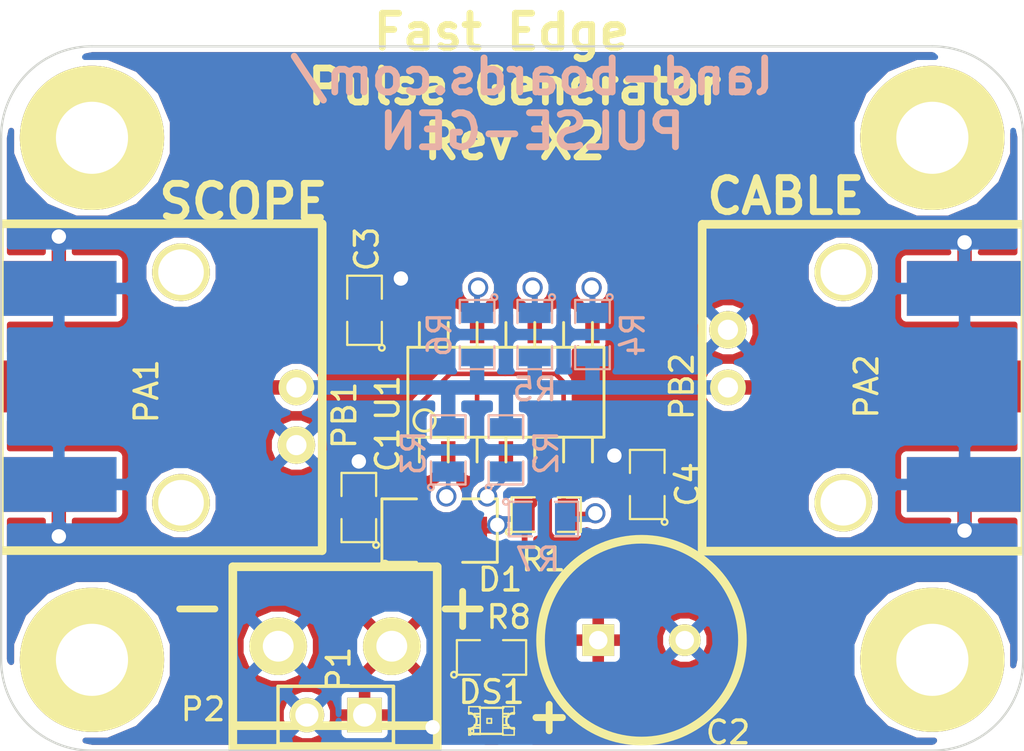
<source format=kicad_pcb>
(kicad_pcb (version 3) (host pcbnew "(2013-07-07 BZR 4022)-stable")

  (general
    (links 48)
    (no_connects 0)
    (area -5.409222 -11.349999 70.5 32.0802)
    (thickness 1.6)
    (drawings 20)
    (tracks 97)
    (zones 0)
    (modules 25)
    (nets 13)
  )

  (page A3)
  (layers
    (15 F.Cu signal hide)
    (0 B.Cu signal hide)
    (20 B.SilkS user)
    (21 F.SilkS user)
    (22 B.Mask user)
    (23 F.Mask user)
    (24 Dwgs.User user hide)
    (28 Edge.Cuts user)
  )

  (setup
    (last_trace_width 0.254)
    (user_trace_width 0.2032)
    (user_trace_width 0.635)
    (trace_clearance 0.254)
    (zone_clearance 0.2032)
    (zone_45_only no)
    (trace_min 0.2032)
    (segment_width 0.2)
    (edge_width 0.1)
    (via_size 0.889)
    (via_drill 0.635)
    (via_min_size 0.889)
    (via_min_drill 0.508)
    (uvia_size 0.508)
    (uvia_drill 0.127)
    (uvias_allowed no)
    (uvia_min_size 0.508)
    (uvia_min_drill 0.127)
    (pcb_text_width 0.3)
    (pcb_text_size 1.5 1.5)
    (mod_edge_width 0.15)
    (mod_text_size 1 1)
    (mod_text_width 0.15)
    (pad_size 1.5 1.5)
    (pad_drill 0.6)
    (pad_to_mask_clearance 0)
    (aux_axis_origin 0 0)
    (visible_elements 7FFFFFBF)
    (pcbplotparams
      (layerselection 284196865)
      (usegerberextensions true)
      (excludeedgelayer true)
      (linewidth 0.150000)
      (plotframeref false)
      (viasonmask false)
      (mode 1)
      (useauxorigin false)
      (hpglpennumber 1)
      (hpglpenspeed 20)
      (hpglpendiameter 15)
      (hpglpenoverlay 2)
      (psnegative false)
      (psa4output false)
      (plotreference true)
      (plotvalue true)
      (plotothertext true)
      (plotinvisibletext false)
      (padsonsilk false)
      (subtractmaskfromsilk false)
      (outputformat 1)
      (mirror false)
      (drillshape 0)
      (scaleselection 1)
      (outputdirectory plots/))
  )

  (net 0 "")
  (net 1 GND)
  (net 2 N-0000010)
  (net 3 N-0000011)
  (net 4 N-0000012)
  (net 5 N-0000013)
  (net 6 N-0000014)
  (net 7 N-0000015)
  (net 8 N-0000016)
  (net 9 N-000006)
  (net 10 N-000008)
  (net 11 N-000009)
  (net 12 VCC)

  (net_class Default "This is the default net class."
    (clearance 0.254)
    (trace_width 0.254)
    (via_dia 0.889)
    (via_drill 0.635)
    (uvia_dia 0.508)
    (uvia_drill 0.127)
    (add_net "")
    (add_net GND)
    (add_net N-0000010)
    (add_net N-0000011)
    (add_net N-0000012)
    (add_net N-0000013)
    (add_net N-0000014)
    (add_net N-0000015)
    (add_net N-0000016)
    (add_net N-000006)
    (add_net N-000008)
    (add_net N-000009)
    (add_net VCC)
  )

  (module SM0805 (layer B.Cu) (tedit 54566898) (tstamp 519A5118)
    (at 22.225 17.78 90)
    (path /519A4DEE)
    (attr smd)
    (fp_text reference R2 (at -0.127 1.778 90) (layer B.SilkS)
      (effects (font (size 1 1) (thickness 0.15)) (justify mirror))
    )
    (fp_text value 240 (at 0 -0.381 90) (layer B.SilkS) hide
      (effects (font (size 0.50038 0.50038) (thickness 0.10922)) (justify mirror))
    )
    (fp_circle (center -1.651 -0.762) (end -1.651 -0.635) (layer B.SilkS) (width 0.09906))
    (fp_line (start -0.508 -0.762) (end -1.524 -0.762) (layer B.SilkS) (width 0.09906))
    (fp_line (start -1.524 -0.762) (end -1.524 0.762) (layer B.SilkS) (width 0.09906))
    (fp_line (start -1.524 0.762) (end -0.508 0.762) (layer B.SilkS) (width 0.09906))
    (fp_line (start 0.508 0.762) (end 1.524 0.762) (layer B.SilkS) (width 0.09906))
    (fp_line (start 1.524 0.762) (end 1.524 -0.762) (layer B.SilkS) (width 0.09906))
    (fp_line (start 1.524 -0.762) (end 0.508 -0.762) (layer B.SilkS) (width 0.09906))
    (pad 1 smd rect (at -0.9525 0 90) (size 0.889 1.397)
      (layers B.Cu B.Mask)
      (net 2 N-0000010)
    )
    (pad 2 smd rect (at 0.9525 0 90) (size 0.889 1.397)
      (layers B.Cu B.Mask)
      (net 5 N-0000013)
    )
    (model smd/chip_cms.wrl
      (at (xyz 0 0 0))
      (scale (xyz 0.1 0.1 0.1))
      (rotate (xyz 0 0 0))
    )
  )

  (module SM0805 (layer F.Cu) (tedit 519BBCE3) (tstamp 519A5125)
    (at 24 20.63)
    (path /519A4DFD)
    (attr smd)
    (fp_text reference R1 (at -0.124 1.976) (layer F.SilkS)
      (effects (font (size 1 1) (thickness 0.15)))
    )
    (fp_text value 33K (at 0.328 1.972) (layer F.SilkS) hide
      (effects (font (size 0.50038 0.50038) (thickness 0.10922)))
    )
    (fp_circle (center -1.651 0.762) (end -1.651 0.635) (layer F.SilkS) (width 0.09906))
    (fp_line (start -0.508 0.762) (end -1.524 0.762) (layer F.SilkS) (width 0.09906))
    (fp_line (start -1.524 0.762) (end -1.524 -0.762) (layer F.SilkS) (width 0.09906))
    (fp_line (start -1.524 -0.762) (end -0.508 -0.762) (layer F.SilkS) (width 0.09906))
    (fp_line (start 0.508 -0.762) (end 1.524 -0.762) (layer F.SilkS) (width 0.09906))
    (fp_line (start 1.524 -0.762) (end 1.524 0.762) (layer F.SilkS) (width 0.09906))
    (fp_line (start 1.524 0.762) (end 0.508 0.762) (layer F.SilkS) (width 0.09906))
    (pad 1 smd rect (at -0.9525 0) (size 0.889 1.397)
      (layers F.Cu F.Mask)
      (net 11 N-000009)
    )
    (pad 2 smd rect (at 0.9525 0) (size 0.889 1.397)
      (layers F.Cu F.Mask)
      (net 4 N-0000012)
    )
    (model smd/chip_cms.wrl
      (at (xyz 0 0 0))
      (scale (xyz 0.1 0.1 0.1))
      (rotate (xyz 0 0 0))
    )
  )

  (module SM0805 (layer F.Cu) (tedit 519BB53D) (tstamp 519A5132)
    (at 15.748 20.32 90)
    (path /519A4E0C)
    (attr smd)
    (fp_text reference C1 (at 2.54 1.27 90) (layer F.SilkS)
      (effects (font (size 1 1) (thickness 0.15)))
    )
    (fp_text value 47nF (at -0.392 -1.972 90) (layer F.SilkS) hide
      (effects (font (size 0.50038 0.50038) (thickness 0.10922)))
    )
    (fp_circle (center -1.651 0.762) (end -1.651 0.635) (layer F.SilkS) (width 0.09906))
    (fp_line (start -0.508 0.762) (end -1.524 0.762) (layer F.SilkS) (width 0.09906))
    (fp_line (start -1.524 0.762) (end -1.524 -0.762) (layer F.SilkS) (width 0.09906))
    (fp_line (start -1.524 -0.762) (end -0.508 -0.762) (layer F.SilkS) (width 0.09906))
    (fp_line (start 0.508 -0.762) (end 1.524 -0.762) (layer F.SilkS) (width 0.09906))
    (fp_line (start 1.524 -0.762) (end 1.524 0.762) (layer F.SilkS) (width 0.09906))
    (fp_line (start 1.524 0.762) (end 0.508 0.762) (layer F.SilkS) (width 0.09906))
    (pad 1 smd rect (at -0.9525 0 90) (size 0.889 1.397)
      (layers F.Cu F.Mask)
      (net 11 N-000009)
    )
    (pad 2 smd rect (at 0.9525 0 90) (size 0.889 1.397)
      (layers F.Cu F.Mask)
      (net 1 GND)
    )
    (model smd/chip_cms.wrl
      (at (xyz 0 0 0))
      (scale (xyz 0.1 0.1 0.1))
      (rotate (xyz 0 0 0))
    )
  )

  (module SM0805 (layer B.Cu) (tedit 545668A7) (tstamp 519A8A9A)
    (at 19.685 17.78 90)
    (path /519A4ED4)
    (attr smd)
    (fp_text reference R3 (at -0.127 -1.524 90) (layer B.SilkS)
      (effects (font (size 1 1) (thickness 0.15)) (justify mirror))
    )
    (fp_text value 240 (at 0 -0.381 90) (layer B.SilkS) hide
      (effects (font (size 0.50038 0.50038) (thickness 0.10922)) (justify mirror))
    )
    (fp_circle (center -1.651 -0.762) (end -1.651 -0.635) (layer B.SilkS) (width 0.09906))
    (fp_line (start -0.508 -0.762) (end -1.524 -0.762) (layer B.SilkS) (width 0.09906))
    (fp_line (start -1.524 -0.762) (end -1.524 0.762) (layer B.SilkS) (width 0.09906))
    (fp_line (start -1.524 0.762) (end -0.508 0.762) (layer B.SilkS) (width 0.09906))
    (fp_line (start 0.508 0.762) (end 1.524 0.762) (layer B.SilkS) (width 0.09906))
    (fp_line (start 1.524 0.762) (end 1.524 -0.762) (layer B.SilkS) (width 0.09906))
    (fp_line (start 1.524 -0.762) (end 0.508 -0.762) (layer B.SilkS) (width 0.09906))
    (pad 1 smd rect (at -0.9525 0 90) (size 0.889 1.397)
      (layers B.Cu B.Mask)
      (net 3 N-0000011)
    )
    (pad 2 smd rect (at 0.9525 0 90) (size 0.889 1.397)
      (layers B.Cu B.Mask)
      (net 5 N-0000013)
    )
    (model smd/chip_cms.wrl
      (at (xyz 0 0 0))
      (scale (xyz 0.1 0.1 0.1))
      (rotate (xyz 0 0 0))
    )
  )

  (module SM0805 (layer B.Cu) (tedit 545668DE) (tstamp 519A514C)
    (at 26.035 12.7 270)
    (path /519A4EE6)
    (attr smd)
    (fp_text reference R4 (at 0 -1.778 270) (layer B.SilkS)
      (effects (font (size 1 1) (thickness 0.15)) (justify mirror))
    )
    (fp_text value 240 (at 0 -0.381 270) (layer B.SilkS) hide
      (effects (font (size 0.50038 0.50038) (thickness 0.10922)) (justify mirror))
    )
    (fp_circle (center -1.651 -0.762) (end -1.651 -0.635) (layer B.SilkS) (width 0.09906))
    (fp_line (start -0.508 -0.762) (end -1.524 -0.762) (layer B.SilkS) (width 0.09906))
    (fp_line (start -1.524 -0.762) (end -1.524 0.762) (layer B.SilkS) (width 0.09906))
    (fp_line (start -1.524 0.762) (end -0.508 0.762) (layer B.SilkS) (width 0.09906))
    (fp_line (start 0.508 0.762) (end 1.524 0.762) (layer B.SilkS) (width 0.09906))
    (fp_line (start 1.524 0.762) (end 1.524 -0.762) (layer B.SilkS) (width 0.09906))
    (fp_line (start 1.524 -0.762) (end 0.508 -0.762) (layer B.SilkS) (width 0.09906))
    (pad 1 smd rect (at -0.9525 0 270) (size 0.889 1.397)
      (layers B.Cu B.Mask)
      (net 6 N-0000014)
    )
    (pad 2 smd rect (at 0.9525 0 270) (size 0.889 1.397)
      (layers B.Cu B.Mask)
      (net 5 N-0000013)
    )
    (model smd/chip_cms.wrl
      (at (xyz 0 0 0))
      (scale (xyz 0.1 0.1 0.1))
      (rotate (xyz 0 0 0))
    )
  )

  (module SM0805 (layer B.Cu) (tedit 545668F6) (tstamp 519A5159)
    (at 23.495 12.7 270)
    (path /519A4F10)
    (attr smd)
    (fp_text reference R5 (at 2.413 0 360) (layer B.SilkS)
      (effects (font (size 1 1) (thickness 0.15)) (justify mirror))
    )
    (fp_text value 240 (at 0 -0.381 270) (layer B.SilkS) hide
      (effects (font (size 0.50038 0.50038) (thickness 0.10922)) (justify mirror))
    )
    (fp_circle (center -1.651 -0.762) (end -1.651 -0.635) (layer B.SilkS) (width 0.09906))
    (fp_line (start -0.508 -0.762) (end -1.524 -0.762) (layer B.SilkS) (width 0.09906))
    (fp_line (start -1.524 -0.762) (end -1.524 0.762) (layer B.SilkS) (width 0.09906))
    (fp_line (start -1.524 0.762) (end -0.508 0.762) (layer B.SilkS) (width 0.09906))
    (fp_line (start 0.508 0.762) (end 1.524 0.762) (layer B.SilkS) (width 0.09906))
    (fp_line (start 1.524 0.762) (end 1.524 -0.762) (layer B.SilkS) (width 0.09906))
    (fp_line (start 1.524 -0.762) (end 0.508 -0.762) (layer B.SilkS) (width 0.09906))
    (pad 1 smd rect (at -0.9525 0 270) (size 0.889 1.397)
      (layers B.Cu B.Mask)
      (net 7 N-0000015)
    )
    (pad 2 smd rect (at 0.9525 0 270) (size 0.889 1.397)
      (layers B.Cu B.Mask)
      (net 5 N-0000013)
    )
    (model smd/chip_cms.wrl
      (at (xyz 0 0 0))
      (scale (xyz 0.1 0.1 0.1))
      (rotate (xyz 0 0 0))
    )
  )

  (module SM0805 (layer B.Cu) (tedit 545668D5) (tstamp 519A5166)
    (at 20.955 12.7 270)
    (path /519A4F1D)
    (attr smd)
    (fp_text reference R6 (at 0 1.651 270) (layer B.SilkS)
      (effects (font (size 1 1) (thickness 0.15)) (justify mirror))
    )
    (fp_text value 240 (at 0 -0.381 270) (layer B.SilkS) hide
      (effects (font (size 0.50038 0.50038) (thickness 0.10922)) (justify mirror))
    )
    (fp_circle (center -1.651 -0.762) (end -1.651 -0.635) (layer B.SilkS) (width 0.09906))
    (fp_line (start -0.508 -0.762) (end -1.524 -0.762) (layer B.SilkS) (width 0.09906))
    (fp_line (start -1.524 -0.762) (end -1.524 0.762) (layer B.SilkS) (width 0.09906))
    (fp_line (start -1.524 0.762) (end -0.508 0.762) (layer B.SilkS) (width 0.09906))
    (fp_line (start 0.508 0.762) (end 1.524 0.762) (layer B.SilkS) (width 0.09906))
    (fp_line (start 1.524 0.762) (end 1.524 -0.762) (layer B.SilkS) (width 0.09906))
    (fp_line (start 1.524 -0.762) (end 0.508 -0.762) (layer B.SilkS) (width 0.09906))
    (pad 1 smd rect (at -0.9525 0 270) (size 0.889 1.397)
      (layers B.Cu B.Mask)
      (net 8 N-0000016)
    )
    (pad 2 smd rect (at 0.9525 0 270) (size 0.889 1.397)
      (layers B.Cu B.Mask)
      (net 5 N-0000013)
    )
    (model smd/chip_cms.wrl
      (at (xyz 0 0 0))
      (scale (xyz 0.1 0.1 0.1))
      (rotate (xyz 0 0 0))
    )
  )

  (module SM0805 (layer F.Cu) (tedit 519B614E) (tstamp 519A5173)
    (at 16 11.63 90)
    (path /519A510E)
    (attr smd)
    (fp_text reference C3 (at 2.7 0.098 90) (layer F.SilkS)
      (effects (font (size 1 1) (thickness 0.15)))
    )
    (fp_text value 0.1uF (at 0.25 1.75 90) (layer F.SilkS) hide
      (effects (font (size 0.50038 0.50038) (thickness 0.10922)))
    )
    (fp_circle (center -1.651 0.762) (end -1.651 0.635) (layer F.SilkS) (width 0.09906))
    (fp_line (start -0.508 0.762) (end -1.524 0.762) (layer F.SilkS) (width 0.09906))
    (fp_line (start -1.524 0.762) (end -1.524 -0.762) (layer F.SilkS) (width 0.09906))
    (fp_line (start -1.524 -0.762) (end -0.508 -0.762) (layer F.SilkS) (width 0.09906))
    (fp_line (start 0.508 -0.762) (end 1.524 -0.762) (layer F.SilkS) (width 0.09906))
    (fp_line (start 1.524 -0.762) (end 1.524 0.762) (layer F.SilkS) (width 0.09906))
    (fp_line (start 1.524 0.762) (end 0.508 0.762) (layer F.SilkS) (width 0.09906))
    (pad 1 smd rect (at -0.9525 0 90) (size 0.889 1.397)
      (layers F.Cu F.Mask)
      (net 12 VCC)
    )
    (pad 2 smd rect (at 0.9525 0 90) (size 0.889 1.397)
      (layers F.Cu F.Mask)
      (net 1 GND)
    )
    (model smd/chip_cms.wrl
      (at (xyz 0 0 0))
      (scale (xyz 0.1 0.1 0.1))
      (rotate (xyz 0 0 0))
    )
  )

  (module C1.5V8V (layer F.Cu) (tedit 519CD63E) (tstamp 519A517B)
    (at 28.194 26.162)
    (path /519A50E6)
    (fp_text reference C2 (at 3.81 4.064) (layer F.SilkS)
      (effects (font (size 1 1) (thickness 0.15)))
    )
    (fp_text value 100uF (at 0 -2.286) (layer F.SilkS) hide
      (effects (font (size 1.016 1.016) (thickness 0.2032)))
    )
    (fp_text user + (at -4.064 3.302) (layer F.SilkS)
      (effects (font (size 1.524 1.524) (thickness 0.3048)))
    )
    (fp_circle (center 0 0) (end 0 4.445) (layer F.SilkS) (width 0.381))
    (pad 1 thru_hole rect (at -1.905 0) (size 1.397 1.397) (drill 0.8128)
      (layers *.Cu *.Mask F.SilkS)
      (net 12 VCC)
    )
    (pad 2 thru_hole circle (at 1.905 0) (size 1.397 1.397) (drill 0.8128)
      (layers *.Cu *.Mask F.SilkS)
      (net 1 GND)
    )
    (model discret/c_vert_c1v8.wrl
      (at (xyz 0 0 0))
      (scale (xyz 1.5 1.5 1))
      (rotate (xyz 0 0 0))
    )
  )

  (module TB2-5MM (layer F.Cu) (tedit 519BB487) (tstamp 519A5186)
    (at 17.2 26.43 180)
    (path /519A51D3)
    (fp_text reference P2 (at 8.31 -2.78 180) (layer F.SilkS)
      (effects (font (size 1 1) (thickness 0.15)))
    )
    (fp_text value CONN_2 (at 2 5 180) (layer F.SilkS) hide
      (effects (font (size 1.524 1.524) (thickness 0.3048)))
    )
    (fp_line (start -2 -4.5) (end -2 3.5) (layer F.SilkS) (width 0.381))
    (fp_line (start 7 -4.5) (end 7 3.5) (layer F.SilkS) (width 0.381))
    (fp_line (start -2 3.5) (end 7 3.5) (layer F.SilkS) (width 0.381))
    (fp_line (start -2 -3.5) (end 7 -3.5) (layer F.SilkS) (width 0.381))
    (fp_line (start -2 -4.5) (end 7 -4.5) (layer F.SilkS) (width 0.381))
    (pad 1 thru_hole circle (at 0 0 180) (size 2.54 2.54) (drill 1.3589)
      (layers *.Cu *.Mask F.SilkS)
      (net 12 VCC)
    )
    (pad 2 thru_hole circle (at 5 0 180) (size 2.54 2.54) (drill 1.3589)
      (layers *.Cu *.Mask F.SilkS)
      (net 1 GND)
    )
  )

  (module so-14 (layer F.Cu) (tedit 519B6159) (tstamp 519A5555)
    (at 22.225 15.24)
    (descr SO-14)
    (path /519A4DC8)
    (attr smd)
    (fp_text reference U1 (at -5.207 0.254 90) (layer F.SilkS)
      (effects (font (size 1 1) (thickness 0.15)))
    )
    (fp_text value 74AC14 (at 0 1.016) (layer F.SilkS) hide
      (effects (font (size 0.7493 0.7493) (thickness 0.14986)))
    )
    (fp_line (start -4.318 -1.9812) (end -4.318 1.9812) (layer F.SilkS) (width 0.127))
    (fp_line (start -4.318 1.9812) (end 4.318 1.9812) (layer F.SilkS) (width 0.127))
    (fp_line (start 4.318 1.9812) (end 4.318 -1.9812) (layer F.SilkS) (width 0.127))
    (fp_line (start 4.318 -1.9812) (end -4.318 -1.9812) (layer F.SilkS) (width 0.127))
    (fp_line (start -2.54 -1.9812) (end -2.54 -3.0734) (layer F.SilkS) (width 0.127))
    (fp_line (start -1.27 -1.9812) (end -1.27 -3.0734) (layer F.SilkS) (width 0.127))
    (fp_line (start 0 -1.9812) (end 0 -3.0734) (layer F.SilkS) (width 0.127))
    (fp_line (start -3.81 -1.9812) (end -3.81 -3.0734) (layer F.SilkS) (width 0.127))
    (fp_line (start 1.27 -3.0734) (end 1.27 -1.9812) (layer F.SilkS) (width 0.127))
    (fp_line (start 2.54 -3.0734) (end 2.54 -1.9812) (layer F.SilkS) (width 0.127))
    (fp_line (start 3.81 -3.0734) (end 3.81 -1.9812) (layer F.SilkS) (width 0.127))
    (fp_line (start 3.81 1.9812) (end 3.81 3.0734) (layer F.SilkS) (width 0.127))
    (fp_line (start 2.54 1.9812) (end 2.54 3.0734) (layer F.SilkS) (width 0.127))
    (fp_line (start -3.81 1.9812) (end -3.81 3.0734) (layer F.SilkS) (width 0.127))
    (fp_line (start -2.54 3.0734) (end -2.54 1.9812) (layer F.SilkS) (width 0.127))
    (fp_line (start 1.27 3.0734) (end 1.27 1.9812) (layer F.SilkS) (width 0.127))
    (fp_line (start 0 3.0734) (end 0 1.9812) (layer F.SilkS) (width 0.127))
    (fp_line (start -1.27 3.0734) (end -1.27 1.9812) (layer F.SilkS) (width 0.127))
    (fp_circle (center -3.5814 1.2446) (end -3.8608 1.6256) (layer F.SilkS) (width 0.127))
    (pad 1 smd rect (at -3.81 2.794) (size 0.635 1.27)
      (layers F.Cu F.Mask)
      (net 4 N-0000012)
    )
    (pad 2 smd rect (at -2.54 2.794) (size 0.635 1.27)
      (layers F.Cu F.Mask)
      (net 3 N-0000011)
    )
    (pad 3 smd rect (at -1.27 2.794) (size 0.635 1.27)
      (layers F.Cu F.Mask)
      (net 4 N-0000012)
    )
    (pad 4 smd rect (at 0 2.794) (size 0.635 1.27)
      (layers F.Cu F.Mask)
      (net 2 N-0000010)
    )
    (pad 5 smd rect (at 1.27 2.794) (size 0.635 1.27)
      (layers F.Cu F.Mask)
      (net 11 N-000009)
    )
    (pad 6 smd rect (at 2.54 2.794) (size 0.635 1.27)
      (layers F.Cu F.Mask)
      (net 4 N-0000012)
    )
    (pad 7 smd rect (at 3.81 2.794) (size 0.635 1.27)
      (layers F.Cu F.Mask)
      (net 1 GND)
    )
    (pad 8 smd rect (at 3.81 -2.794) (size 0.635 1.27)
      (layers F.Cu F.Mask)
      (net 6 N-0000014)
    )
    (pad 9 smd rect (at 2.54 -2.794) (size 0.635 1.27)
      (layers F.Cu F.Mask)
      (net 4 N-0000012)
    )
    (pad 10 smd rect (at 1.27 -2.794) (size 0.635 1.27)
      (layers F.Cu F.Mask)
      (net 7 N-0000015)
    )
    (pad 11 smd rect (at 0 -2.794) (size 0.635 1.27)
      (layers F.Cu F.Mask)
      (net 4 N-0000012)
    )
    (pad 12 smd rect (at -1.27 -2.794) (size 0.635 1.27)
      (layers F.Cu F.Mask)
      (net 8 N-0000016)
    )
    (pad 13 smd rect (at -2.54 -2.794) (size 0.635 1.27)
      (layers F.Cu F.Mask)
      (net 4 N-0000012)
    )
    (pad 14 smd rect (at -3.81 -2.794) (size 0.635 1.27)
      (layers F.Cu F.Mask)
      (net 12 VCC)
    )
    (model smd/smd_dil/so-14.wrl
      (at (xyz 0 0 0))
      (scale (xyz 1 1 1))
      (rotate (xyz 0 0 0))
    )
  )

  (module MTG-4-40 (layer F.Cu) (tedit 50F036E3) (tstamp 519A559B)
    (at 4 27.03)
    (path /519A590D)
    (fp_text reference MTG3 (at -6.858 -0.635) (layer F.SilkS) hide
      (effects (font (size 1 1) (thickness 0.15)))
    )
    (fp_text value CONN_1 (at 0 -5.08) (layer F.SilkS) hide
      (effects (font (size 1.524 1.524) (thickness 0.3048)))
    )
    (pad 1 thru_hole circle (at 0 0) (size 6.35 6.35) (drill 3.175)
      (layers *.Cu *.Mask F.SilkS)
    )
  )

  (module MTG-4-40 (layer F.Cu) (tedit 50F036E3) (tstamp 519A55A0)
    (at 41 4.03)
    (path /519A5913)
    (fp_text reference MTG2 (at -6.858 -0.635) (layer F.SilkS) hide
      (effects (font (size 1 1) (thickness 0.15)))
    )
    (fp_text value CONN_1 (at 0 -5.08) (layer F.SilkS) hide
      (effects (font (size 1.524 1.524) (thickness 0.3048)))
    )
    (pad 1 thru_hole circle (at 0 0) (size 6.35 6.35) (drill 3.175)
      (layers *.Cu *.Mask F.SilkS)
    )
  )

  (module MTG-4-40 (layer F.Cu) (tedit 50F036E3) (tstamp 519A55A5)
    (at 4 4.03)
    (path /519A5919)
    (fp_text reference MTG1 (at -6.858 -0.635) (layer F.SilkS) hide
      (effects (font (size 1 1) (thickness 0.15)))
    )
    (fp_text value CONN_1 (at 0 -5.08) (layer F.SilkS) hide
      (effects (font (size 1.524 1.524) (thickness 0.3048)))
    )
    (pad 1 thru_hole circle (at 0 0) (size 6.35 6.35) (drill 3.175)
      (layers *.Cu *.Mask F.SilkS)
    )
  )

  (module SMA_EDGE (layer F.Cu) (tedit 519B6163) (tstamp 519A5FF7)
    (at 2.54 14.986)
    (path /519A5DA2)
    (fp_text reference PA1 (at 3.858 0.21 90) (layer F.SilkS)
      (effects (font (size 1 1) (thickness 0.15)))
    )
    (fp_text value SMA (at 4.826 0.254 90) (layer F.SilkS) hide
      (effects (font (size 1.524 1.524) (thickness 0.3048)))
    )
    (pad 1 smd rect (at 0 0) (size 5.08 2.286)
      (layers F.Cu F.Mask)
      (net 5 N-0000013)
    )
    (pad 2 smd rect (at 0 -4.318) (size 5.08 2.413)
      (layers F.Cu F.Mask)
      (net 1 GND)
    )
    (pad 2 smd rect (at 0 4.318) (size 5.08 2.413)
      (layers F.Cu F.Mask)
      (net 1 GND)
    )
    (pad 2 smd rect (at 0 -4.318) (size 5.08 2.413)
      (layers B.Cu B.Mask)
      (net 1 GND)
    )
    (pad 2 smd rect (at 0 4.318) (size 5.08 2.413)
      (layers B.Cu B.Mask)
      (net 1 GND)
    )
  )

  (module BNC-RT (layer F.Cu) (tedit 54566945) (tstamp 519A6003)
    (at 13 15.03 90)
    (path /519A5027)
    (fp_text reference PB1 (at -1.226 2.113 90) (layer F.SilkS)
      (effects (font (size 1 1) (thickness 0.15)))
    )
    (fp_text value BNC (at -0.14986 6.2992 90) (layer F.SilkS) hide
      (effects (font (size 1.524 1.524) (thickness 0.3048)))
    )
    (fp_line (start -7.1882 1.1176) (end -7.1882 -13.08354) (layer F.SilkS) (width 0.381))
    (fp_line (start -7.19328 -13.07846) (end 7.20598 -13.07846) (layer F.SilkS) (width 0.381))
    (fp_line (start 7.21106 -13.08354) (end 7.21106 1.1176) (layer F.SilkS) (width 0.381))
    (fp_line (start -7.1882 1.13538) (end 7.21106 1.13538) (layer F.SilkS) (width 0.381))
    (pad 1 thru_hole circle (at 0 0 90) (size 1.5748 1.5748) (drill 0.889)
      (layers *.Cu *.Mask F.SilkS)
      (net 5 N-0000013)
    )
    (pad 2 thru_hole circle (at -2.54 0 90) (size 1.651 1.651) (drill 0.889)
      (layers *.Cu *.Mask F.SilkS)
      (net 1 GND)
    )
    (pad "" thru_hole circle (at -5.08 -5.08 90) (size 2.54 2.54) (drill 2.00914)
      (layers *.Cu *.Mask F.SilkS)
    )
    (pad "" thru_hole circle (at 5.08 -5.08 90) (size 2.54 2.54) (drill 2.00914)
      (layers *.Cu *.Mask F.SilkS)
    )
    (model ../KiCAD/modules/packages3d/BNC-RT.wrl
      (at (xyz 0 0 0))
      (scale (xyz 1 1 1))
      (rotate (xyz 0 0 0))
    )
  )

  (module SMA_EDGE (layer F.Cu) (tedit 516DB352) (tstamp 519B5821)
    (at 42.418 14.986)
    (path /519B595A)
    (fp_text reference PA2 (at -4.318 0 90) (layer F.SilkS)
      (effects (font (size 1 1) (thickness 0.15)))
    )
    (fp_text value SMA (at 4.826 0.254 90) (layer F.SilkS) hide
      (effects (font (size 1.524 1.524) (thickness 0.3048)))
    )
    (pad 1 smd rect (at 0 0) (size 5.08 2.286)
      (layers F.Cu F.Mask)
      (net 5 N-0000013)
    )
    (pad 2 smd rect (at 0 -4.318) (size 5.08 2.413)
      (layers F.Cu F.Mask)
      (net 1 GND)
    )
    (pad 2 smd rect (at 0 4.318) (size 5.08 2.413)
      (layers F.Cu F.Mask)
      (net 1 GND)
    )
    (pad 2 smd rect (at 0 -4.318) (size 5.08 2.413)
      (layers B.Cu B.Mask)
      (net 1 GND)
    )
    (pad 2 smd rect (at 0 4.318) (size 5.08 2.413)
      (layers B.Cu B.Mask)
      (net 1 GND)
    )
  )

  (module MTG-4-40 (layer F.Cu) (tedit 50F036E3) (tstamp 519B5826)
    (at 41 27.03)
    (path /519B588C)
    (fp_text reference MTG4 (at -6.858 -0.635) (layer F.SilkS) hide
      (effects (font (size 1 1) (thickness 0.15)))
    )
    (fp_text value CONN_1 (at 0 -5.08) (layer F.SilkS) hide
      (effects (font (size 1.524 1.524) (thickness 0.3048)))
    )
    (pad 1 thru_hole circle (at 0 0) (size 6.35 6.35) (drill 3.175)
      (layers *.Cu *.Mask F.SilkS)
    )
  )

  (module BNC-RT (layer F.Cu) (tedit 519BB578) (tstamp 519B5832)
    (at 32 15.03 270)
    (path /519B5954)
    (fp_text reference PB2 (at -0.044 2.028 270) (layer F.SilkS)
      (effects (font (size 1 1) (thickness 0.15)))
    )
    (fp_text value BNC (at -0.14986 6.2992 270) (layer F.SilkS) hide
      (effects (font (size 1.524 1.524) (thickness 0.3048)))
    )
    (fp_line (start -7.1882 1.1176) (end -7.1882 -13.08354) (layer F.SilkS) (width 0.381))
    (fp_line (start -7.19328 -13.07846) (end 7.20598 -13.07846) (layer F.SilkS) (width 0.381))
    (fp_line (start 7.21106 -13.08354) (end 7.21106 1.1176) (layer F.SilkS) (width 0.381))
    (fp_line (start -7.1882 1.13538) (end 7.21106 1.13538) (layer F.SilkS) (width 0.381))
    (pad 1 thru_hole circle (at 0 0 270) (size 1.5748 1.5748) (drill 0.889)
      (layers *.Cu *.Mask F.SilkS)
      (net 5 N-0000013)
    )
    (pad 2 thru_hole circle (at -2.54 0 270) (size 1.651 1.651) (drill 0.889)
      (layers *.Cu *.Mask F.SilkS)
      (net 1 GND)
    )
    (pad "" thru_hole circle (at -5.08 -5.08 270) (size 2.54 2.54) (drill 2.00914)
      (layers *.Cu *.Mask F.SilkS)
    )
    (pad "" thru_hole circle (at 5.08 -5.08 270) (size 2.54 2.54) (drill 2.00914)
      (layers *.Cu *.Mask F.SilkS)
    )
    (model ../KiCAD/modules/packages3d/BNC-RT.wrl
      (at (xyz 0 0 0))
      (scale (xyz 1 1 1))
      (rotate (xyz 0 0 0))
    )
  )

  (module SM0805 (layer F.Cu) (tedit 519B754D) (tstamp 519BAB3F)
    (at 28.448 19.304 90)
    (path /519B6558)
    (attr smd)
    (fp_text reference C4 (at 0 1.778 90) (layer F.SilkS)
      (effects (font (size 1 1) (thickness 0.15)))
    )
    (fp_text value 0.1uF (at 0 1.27 90) (layer F.SilkS) hide
      (effects (font (size 0.50038 0.50038) (thickness 0.10922)))
    )
    (fp_circle (center -1.651 0.762) (end -1.651 0.635) (layer F.SilkS) (width 0.09906))
    (fp_line (start -0.508 0.762) (end -1.524 0.762) (layer F.SilkS) (width 0.09906))
    (fp_line (start -1.524 0.762) (end -1.524 -0.762) (layer F.SilkS) (width 0.09906))
    (fp_line (start -1.524 -0.762) (end -0.508 -0.762) (layer F.SilkS) (width 0.09906))
    (fp_line (start 0.508 -0.762) (end 1.524 -0.762) (layer F.SilkS) (width 0.09906))
    (fp_line (start 1.524 -0.762) (end 1.524 0.762) (layer F.SilkS) (width 0.09906))
    (fp_line (start 1.524 0.762) (end 0.508 0.762) (layer F.SilkS) (width 0.09906))
    (pad 1 smd rect (at -0.9525 0 90) (size 0.889 1.397)
      (layers F.Cu F.Mask)
      (net 12 VCC)
    )
    (pad 2 smd rect (at 0.9525 0 90) (size 0.889 1.397)
      (layers F.Cu F.Mask)
      (net 1 GND)
    )
    (model smd/chip_cms.wrl
      (at (xyz 0 0 0))
      (scale (xyz 0.1 0.1 0.1))
      (rotate (xyz 0 0 0))
    )
  )

  (module SOD-123 (layer F.Cu) (tedit 54566933) (tstamp 519BF673)
    (at 19.304 21.336)
    (tags "CMS SM")
    (path /519BB09A)
    (attr smd)
    (fp_text reference D1 (at 2.667 2.159) (layer F.SilkS)
      (effects (font (size 1 1) (thickness 0.15)))
    )
    (fp_text value 1N4148 (at 0.127 2.159) (layer F.SilkS) hide
      (effects (font (size 0.762 0.762) (thickness 0.127)))
    )
    (fp_circle (center -2.413 1.524) (end -2.286 1.397) (layer F.SilkS) (width 0.127))
    (fp_line (start -1.016 -1.397) (end -2.54 -1.397) (layer F.SilkS) (width 0.127))
    (fp_line (start -2.54 -1.397) (end -2.54 1.397) (layer F.SilkS) (width 0.127))
    (fp_line (start -2.54 1.397) (end -1.016 1.397) (layer F.SilkS) (width 0.127))
    (fp_line (start 1.016 1.397) (end 2.54 1.397) (layer F.SilkS) (width 0.127))
    (fp_line (start 2.54 1.397) (end 2.54 -1.397) (layer F.SilkS) (width 0.127))
    (fp_line (start 2.54 -1.397) (end 1.016 -1.397) (layer F.SilkS) (width 0.127))
    (pad 1 smd rect (at -1.63576 0) (size 0.90932 1.2192)
      (layers F.Cu F.Mask)
      (net 11 N-000009)
    )
    (pad 2 smd rect (at 1.63576 0) (size 0.90932 1.2192)
      (layers F.Cu F.Mask)
      (net 10 N-000008)
    )
    (model smd/chip_cms.wrl
      (at (xyz 0 0 0))
      (scale (xyz 0.17 0.2 0.17))
      (rotate (xyz 0 0 0))
    )
  )

  (module SM0805 (layer B.Cu) (tedit 519BBCE0) (tstamp 519BF680)
    (at 23.876 20.828)
    (path /519BB0A9)
    (attr smd)
    (fp_text reference R7 (at -0.254 1.778) (layer B.SilkS)
      (effects (font (size 1 1) (thickness 0.15)) (justify mirror))
    )
    (fp_text value 150 (at 0 -0.381) (layer B.SilkS) hide
      (effects (font (size 0.50038 0.50038) (thickness 0.10922)) (justify mirror))
    )
    (fp_circle (center -1.651 -0.762) (end -1.651 -0.635) (layer B.SilkS) (width 0.09906))
    (fp_line (start -0.508 -0.762) (end -1.524 -0.762) (layer B.SilkS) (width 0.09906))
    (fp_line (start -1.524 -0.762) (end -1.524 0.762) (layer B.SilkS) (width 0.09906))
    (fp_line (start -1.524 0.762) (end -0.508 0.762) (layer B.SilkS) (width 0.09906))
    (fp_line (start 0.508 0.762) (end 1.524 0.762) (layer B.SilkS) (width 0.09906))
    (fp_line (start 1.524 0.762) (end 1.524 -0.762) (layer B.SilkS) (width 0.09906))
    (fp_line (start 1.524 -0.762) (end 0.508 -0.762) (layer B.SilkS) (width 0.09906))
    (pad 1 smd rect (at -0.9525 0) (size 0.889 1.397)
      (layers B.Cu B.Mask)
      (net 10 N-000008)
    )
    (pad 2 smd rect (at 0.9525 0) (size 0.889 1.397)
      (layers B.Cu B.Mask)
      (net 4 N-0000012)
    )
    (model smd/chip_cms.wrl
      (at (xyz 0 0 0))
      (scale (xyz 0.1 0.1 0.1))
      (rotate (xyz 0 0 0))
    )
  )

  (module SM0805 (layer F.Cu) (tedit 519CD6FE) (tstamp 519CD622)
    (at 21.59 26.924)
    (path /519CD5E7)
    (attr smd)
    (fp_text reference R8 (at 0.762 -1.778) (layer F.SilkS)
      (effects (font (size 1 1) (thickness 0.15)))
    )
    (fp_text value 240 (at 0 0.381) (layer F.SilkS) hide
      (effects (font (size 0.50038 0.50038) (thickness 0.10922)))
    )
    (fp_circle (center -1.651 0.762) (end -1.651 0.635) (layer F.SilkS) (width 0.09906))
    (fp_line (start -0.508 0.762) (end -1.524 0.762) (layer F.SilkS) (width 0.09906))
    (fp_line (start -1.524 0.762) (end -1.524 -0.762) (layer F.SilkS) (width 0.09906))
    (fp_line (start -1.524 -0.762) (end -0.508 -0.762) (layer F.SilkS) (width 0.09906))
    (fp_line (start 0.508 -0.762) (end 1.524 -0.762) (layer F.SilkS) (width 0.09906))
    (fp_line (start 1.524 -0.762) (end 1.524 0.762) (layer F.SilkS) (width 0.09906))
    (fp_line (start 1.524 0.762) (end 0.508 0.762) (layer F.SilkS) (width 0.09906))
    (pad 1 smd rect (at -0.9525 0) (size 0.889 1.397)
      (layers F.Cu F.Mask)
      (net 12 VCC)
    )
    (pad 2 smd rect (at 0.9525 0) (size 0.889 1.397)
      (layers F.Cu F.Mask)
      (net 9 N-000006)
    )
    (model smd/chip_cms.wrl
      (at (xyz 0 0 0))
      (scale (xyz 0.1 0.1 0.1))
      (rotate (xyz 0 0 0))
    )
  )

  (module LED-0805 (layer F.Cu) (tedit 519CD6D4) (tstamp 519CE077)
    (at 21.59 29.718 180)
    (descr "LED 0805 smd package")
    (tags "LED 0805 SMD")
    (path /519CD6E4)
    (attr smd)
    (fp_text reference DS1 (at 0 1.27 180) (layer F.SilkS)
      (effects (font (size 1 1) (thickness 0.15)))
    )
    (fp_text value LED (at 0 1.27 180) (layer F.SilkS) hide
      (effects (font (size 0.762 0.762) (thickness 0.127)))
    )
    (fp_line (start 0.49784 0.29972) (end 0.49784 0.62484) (layer F.SilkS) (width 0.06604))
    (fp_line (start 0.49784 0.62484) (end 0.99822 0.62484) (layer F.SilkS) (width 0.06604))
    (fp_line (start 0.99822 0.29972) (end 0.99822 0.62484) (layer F.SilkS) (width 0.06604))
    (fp_line (start 0.49784 0.29972) (end 0.99822 0.29972) (layer F.SilkS) (width 0.06604))
    (fp_line (start 0.49784 -0.32258) (end 0.49784 -0.17272) (layer F.SilkS) (width 0.06604))
    (fp_line (start 0.49784 -0.17272) (end 0.7493 -0.17272) (layer F.SilkS) (width 0.06604))
    (fp_line (start 0.7493 -0.32258) (end 0.7493 -0.17272) (layer F.SilkS) (width 0.06604))
    (fp_line (start 0.49784 -0.32258) (end 0.7493 -0.32258) (layer F.SilkS) (width 0.06604))
    (fp_line (start 0.49784 0.17272) (end 0.49784 0.32258) (layer F.SilkS) (width 0.06604))
    (fp_line (start 0.49784 0.32258) (end 0.7493 0.32258) (layer F.SilkS) (width 0.06604))
    (fp_line (start 0.7493 0.17272) (end 0.7493 0.32258) (layer F.SilkS) (width 0.06604))
    (fp_line (start 0.49784 0.17272) (end 0.7493 0.17272) (layer F.SilkS) (width 0.06604))
    (fp_line (start 0.49784 -0.19812) (end 0.49784 0.19812) (layer F.SilkS) (width 0.06604))
    (fp_line (start 0.49784 0.19812) (end 0.6731 0.19812) (layer F.SilkS) (width 0.06604))
    (fp_line (start 0.6731 -0.19812) (end 0.6731 0.19812) (layer F.SilkS) (width 0.06604))
    (fp_line (start 0.49784 -0.19812) (end 0.6731 -0.19812) (layer F.SilkS) (width 0.06604))
    (fp_line (start -0.99822 0.29972) (end -0.99822 0.62484) (layer F.SilkS) (width 0.06604))
    (fp_line (start -0.99822 0.62484) (end -0.49784 0.62484) (layer F.SilkS) (width 0.06604))
    (fp_line (start -0.49784 0.29972) (end -0.49784 0.62484) (layer F.SilkS) (width 0.06604))
    (fp_line (start -0.99822 0.29972) (end -0.49784 0.29972) (layer F.SilkS) (width 0.06604))
    (fp_line (start -0.99822 -0.62484) (end -0.99822 -0.29972) (layer F.SilkS) (width 0.06604))
    (fp_line (start -0.99822 -0.29972) (end -0.49784 -0.29972) (layer F.SilkS) (width 0.06604))
    (fp_line (start -0.49784 -0.62484) (end -0.49784 -0.29972) (layer F.SilkS) (width 0.06604))
    (fp_line (start -0.99822 -0.62484) (end -0.49784 -0.62484) (layer F.SilkS) (width 0.06604))
    (fp_line (start -0.7493 0.17272) (end -0.7493 0.32258) (layer F.SilkS) (width 0.06604))
    (fp_line (start -0.7493 0.32258) (end -0.49784 0.32258) (layer F.SilkS) (width 0.06604))
    (fp_line (start -0.49784 0.17272) (end -0.49784 0.32258) (layer F.SilkS) (width 0.06604))
    (fp_line (start -0.7493 0.17272) (end -0.49784 0.17272) (layer F.SilkS) (width 0.06604))
    (fp_line (start -0.7493 -0.32258) (end -0.7493 -0.17272) (layer F.SilkS) (width 0.06604))
    (fp_line (start -0.7493 -0.17272) (end -0.49784 -0.17272) (layer F.SilkS) (width 0.06604))
    (fp_line (start -0.49784 -0.32258) (end -0.49784 -0.17272) (layer F.SilkS) (width 0.06604))
    (fp_line (start -0.7493 -0.32258) (end -0.49784 -0.32258) (layer F.SilkS) (width 0.06604))
    (fp_line (start -0.6731 -0.19812) (end -0.6731 0.19812) (layer F.SilkS) (width 0.06604))
    (fp_line (start -0.6731 0.19812) (end -0.49784 0.19812) (layer F.SilkS) (width 0.06604))
    (fp_line (start -0.49784 -0.19812) (end -0.49784 0.19812) (layer F.SilkS) (width 0.06604))
    (fp_line (start -0.6731 -0.19812) (end -0.49784 -0.19812) (layer F.SilkS) (width 0.06604))
    (fp_line (start 0 -0.09906) (end 0 0.09906) (layer F.SilkS) (width 0.06604))
    (fp_line (start 0 0.09906) (end 0.19812 0.09906) (layer F.SilkS) (width 0.06604))
    (fp_line (start 0.19812 -0.09906) (end 0.19812 0.09906) (layer F.SilkS) (width 0.06604))
    (fp_line (start 0 -0.09906) (end 0.19812 -0.09906) (layer F.SilkS) (width 0.06604))
    (fp_line (start 0.49784 -0.59944) (end 0.49784 -0.29972) (layer F.SilkS) (width 0.06604))
    (fp_line (start 0.49784 -0.29972) (end 0.79756 -0.29972) (layer F.SilkS) (width 0.06604))
    (fp_line (start 0.79756 -0.59944) (end 0.79756 -0.29972) (layer F.SilkS) (width 0.06604))
    (fp_line (start 0.49784 -0.59944) (end 0.79756 -0.59944) (layer F.SilkS) (width 0.06604))
    (fp_line (start 0.92456 -0.62484) (end 0.92456 -0.39878) (layer F.SilkS) (width 0.06604))
    (fp_line (start 0.92456 -0.39878) (end 0.99822 -0.39878) (layer F.SilkS) (width 0.06604))
    (fp_line (start 0.99822 -0.62484) (end 0.99822 -0.39878) (layer F.SilkS) (width 0.06604))
    (fp_line (start 0.92456 -0.62484) (end 0.99822 -0.62484) (layer F.SilkS) (width 0.06604))
    (fp_line (start 0.52324 0.57404) (end -0.52324 0.57404) (layer F.SilkS) (width 0.1016))
    (fp_line (start -0.49784 -0.57404) (end 0.92456 -0.57404) (layer F.SilkS) (width 0.1016))
    (fp_circle (center 0.84836 -0.44958) (end 0.89916 -0.50038) (layer F.SilkS) (width 0.0508))
    (fp_arc (start 0.99822 0) (end 0.99822 0.34798) (angle 180) (layer F.SilkS) (width 0.1016))
    (fp_arc (start -0.99822 0) (end -0.99822 -0.34798) (angle 180) (layer F.SilkS) (width 0.1016))
    (pad 1 smd rect (at -1.04902 0 180) (size 1.19888 1.19888)
      (layers F.Cu F.Mask)
      (net 9 N-000006)
    )
    (pad 2 smd rect (at 1.04902 0 180) (size 1.19888 1.19888)
      (layers F.Cu F.Mask)
      (net 1 GND)
    )
  )

  (module PIN_ARRAY_2X1 (layer F.Cu) (tedit 545668BA) (tstamp 519CED97)
    (at 14.732 29.464 180)
    (descr "Connecteurs 2 pins")
    (tags "CONN DEV")
    (path /519CDC62)
    (fp_text reference P1 (at -0.127 2.032 270) (layer F.SilkS)
      (effects (font (size 1 1) (thickness 0.15)))
    )
    (fp_text value CONN_2 (at 0 -1.905 180) (layer F.SilkS) hide
      (effects (font (size 0.762 0.762) (thickness 0.1524)))
    )
    (fp_line (start -2.54 1.27) (end -2.54 -1.27) (layer F.SilkS) (width 0.1524))
    (fp_line (start -2.54 -1.27) (end 2.54 -1.27) (layer F.SilkS) (width 0.1524))
    (fp_line (start 2.54 -1.27) (end 2.54 1.27) (layer F.SilkS) (width 0.1524))
    (fp_line (start 2.54 1.27) (end -2.54 1.27) (layer F.SilkS) (width 0.1524))
    (pad 1 thru_hole rect (at -1.27 0 180) (size 1.524 1.524) (drill 1.016)
      (layers *.Cu *.Mask F.SilkS)
      (net 12 VCC)
    )
    (pad 2 thru_hole circle (at 1.27 0 180) (size 1.524 1.524) (drill 1.016)
      (layers *.Cu *.Mask F.SilkS)
      (net 1 GND)
    )
    (model pin_array/pins_array_2x1.wrl
      (at (xyz 0 0 0))
      (scale (xyz 1 1 1))
      (rotate (xyz 0 0 0))
    )
  )

  (dimension 45 (width 0.3) (layer Dwgs.User)
    (gr_text "45.000 mm" (at 22.5 -9.849999) (layer Dwgs.User)
      (effects (font (size 1.5 1.5) (thickness 0.3)))
    )
    (feature1 (pts (xy 45 4) (xy 45 -11.199999)))
    (feature2 (pts (xy 0 4) (xy 0 -11.199999)))
    (crossbar (pts (xy 0 -8.499999) (xy 45 -8.499999)))
    (arrow1a (pts (xy 45 -8.499999) (xy 43.873497 -7.913579)))
    (arrow1b (pts (xy 45 -8.499999) (xy 43.873497 -9.086419)))
    (arrow2a (pts (xy 0 -8.499999) (xy 1.126503 -7.913579)))
    (arrow2b (pts (xy 0 -8.499999) (xy 1.126503 -9.086419)))
  )
  (dimension 31 (width 0.3) (layer Dwgs.User)
    (gr_text "31.000 mm" (at 63.85 15.5 90) (layer Dwgs.User)
      (effects (font (size 1.5 1.5) (thickness 0.3)))
    )
    (feature1 (pts (xy 41 0) (xy 65.2 0)))
    (feature2 (pts (xy 41 31) (xy 65.2 31)))
    (crossbar (pts (xy 62.5 31) (xy 62.5 0)))
    (arrow1a (pts (xy 62.5 0) (xy 63.08642 1.126503)))
    (arrow1b (pts (xy 62.5 0) (xy 61.91358 1.126503)))
    (arrow2a (pts (xy 62.5 31) (xy 63.08642 29.873497)))
    (arrow2b (pts (xy 62.5 31) (xy 61.91358 29.873497)))
  )
  (dimension 11 (width 0.3) (layer Dwgs.User)
    (gr_text "11.000 mm" (at 47.849999 9.5 270) (layer Dwgs.User)
      (effects (font (size 1.5 1.5) (thickness 0.3)))
    )
    (feature1 (pts (xy 41 15) (xy 49.199999 15)))
    (feature2 (pts (xy 41 4) (xy 49.199999 4)))
    (crossbar (pts (xy 46.499999 4) (xy 46.499999 15)))
    (arrow1a (pts (xy 46.499999 15) (xy 45.913579 13.873497)))
    (arrow1b (pts (xy 46.499999 15) (xy 47.086419 13.873497)))
    (arrow2a (pts (xy 46.499999 4) (xy 45.913579 5.126503)))
    (arrow2b (pts (xy 46.499999 4) (xy 47.086419 5.126503)))
  )
  (dimension 12 (width 0.3) (layer Dwgs.User)
    (gr_text "12.000 mm" (at 51.6 21 90) (layer Dwgs.User)
      (effects (font (size 1.5 1.5) (thickness 0.3)))
    )
    (feature1 (pts (xy 41 15) (xy 52.95 15)))
    (feature2 (pts (xy 41 27) (xy 52.95 27)))
    (crossbar (pts (xy 50.25 27) (xy 50.25 15)))
    (arrow1a (pts (xy 50.25 15) (xy 50.83642 16.126503)))
    (arrow1b (pts (xy 50.25 15) (xy 49.66358 16.126503)))
    (arrow2a (pts (xy 50.25 27) (xy 50.83642 25.873497)))
    (arrow2b (pts (xy 50.25 27) (xy 49.66358 25.873497)))
  )
  (dimension 23 (width 0.3) (layer Dwgs.User)
    (gr_text "23.000 mm" (at 58.85 15.5 90) (layer Dwgs.User)
      (effects (font (size 1.5 1.5) (thickness 0.3)))
    )
    (feature1 (pts (xy 41 4) (xy 60.2 4)))
    (feature2 (pts (xy 41 27) (xy 60.2 27)))
    (crossbar (pts (xy 57.5 27) (xy 57.5 4)))
    (arrow1a (pts (xy 57.5 4) (xy 58.08642 5.126503)))
    (arrow1b (pts (xy 57.5 4) (xy 56.91358 5.126503)))
    (arrow2a (pts (xy 57.5 27) (xy 58.08642 25.873497)))
    (arrow2b (pts (xy 57.5 27) (xy 56.91358 25.873497)))
  )
  (dimension 37 (width 0.3) (layer Dwgs.User)
    (gr_text "37.000 mm" (at 22.5 -4.349999) (layer Dwgs.User)
      (effects (font (size 1.5 1.5) (thickness 0.3)))
    )
    (feature1 (pts (xy 41 4) (xy 41 -5.699999)))
    (feature2 (pts (xy 4 4) (xy 4 -5.699999)))
    (crossbar (pts (xy 4 -2.999999) (xy 41 -2.999999)))
    (arrow1a (pts (xy 41 -2.999999) (xy 39.873497 -2.413579)))
    (arrow1b (pts (xy 41 -2.999999) (xy 39.873497 -3.586419)))
    (arrow2a (pts (xy 4 -2.999999) (xy 5.126503 -2.413579)))
    (arrow2b (pts (xy 4 -2.999999) (xy 5.126503 -3.586419)))
  )
  (gr_text CABLE (at 34.544 6.604) (layer F.SilkS)
    (effects (font (size 1.5 1.5) (thickness 0.3)))
  )
  (gr_text SCOPE (at 10.668 6.858) (layer F.SilkS)
    (effects (font (size 1.5 1.5) (thickness 0.3)))
  )
  (gr_text "land-boards.com/\nPULSE-GEN" (at 23.368 2.54) (layer B.SilkS)
    (effects (font (size 1.5 1.5) (thickness 0.3)) (justify mirror))
  )
  (gr_line (start 45 27) (end 45 4) (angle 90) (layer Edge.Cuts) (width 0.1))
  (gr_line (start 0 4) (end 0 27) (angle 90) (layer Edge.Cuts) (width 0.1))
  (gr_line (start 4 31.03) (end 41 31.03) (angle 90) (layer Edge.Cuts) (width 0.1))
  (gr_line (start 41 0) (end 4 0) (angle 90) (layer Edge.Cuts) (width 0.1))
  (gr_arc (start 4 27.03) (end 4 31.03) (angle 90) (layer Edge.Cuts) (width 0.1))
  (gr_arc (start 41 27.03) (end 45 27.03) (angle 90) (layer Edge.Cuts) (width 0.1))
  (gr_arc (start 41 4) (end 41 0) (angle 90) (layer Edge.Cuts) (width 0.1))
  (gr_arc (start 4 4) (end 0 4) (angle 90) (layer Edge.Cuts) (width 0.1))
  (gr_text "Fast Edge \nPulse Generator\nRev X2" (at 22.606 1.778) (layer F.SilkS)
    (effects (font (size 1.5 1.5) (thickness 0.3)))
  )
  (gr_text - (at 8.636 24.638) (layer F.SilkS)
    (effects (font (size 2.032 2.032) (thickness 0.3)))
  )
  (gr_text + (at 20.32 24.638) (layer F.SilkS)
    (effects (font (size 2.032 2.032) (thickness 0.3)))
  )

  (segment (start 20.54098 29.718) (end 19.282 29.718) (width 0.254) (layer F.Cu) (net 1))
  (via (at 19 30) (size 0.889) (layers F.Cu B.Cu) (net 1))
  (segment (start 19.282 29.718) (end 19 30) (width 0.254) (layer F.Cu) (net 1) (tstamp 519CE268))
  (segment (start 2.54 19.304) (end 2.54 21.59) (width 0.635) (layer F.Cu) (net 1))
  (via (at 2.54 21.59) (size 0.889) (layers F.Cu B.Cu) (net 1))
  (segment (start 2.54 10.668) (end 2.54 8.382) (width 0.635) (layer F.Cu) (net 1))
  (via (at 2.54 8.382) (size 0.889) (layers F.Cu B.Cu) (net 1))
  (segment (start 42.418 19.304) (end 42.418 21.336) (width 0.635) (layer F.Cu) (net 1))
  (via (at 42.418 21.336) (size 0.889) (layers F.Cu B.Cu) (net 1))
  (segment (start 42.418 10.668) (end 42.418 8.636) (width 0.635) (layer F.Cu) (net 1))
  (via (at 42.418 8.636) (size 0.889) (layers F.Cu B.Cu) (net 1))
  (segment (start 15.748 19.3675) (end 15.748 18.288) (width 0.254) (layer F.Cu) (net 1) (status 10))
  (via (at 15.748 18.288) (size 0.889) (layers F.Cu B.Cu) (net 1))
  (segment (start 28.956 18.3515) (end 27.3215 18.3515) (width 0.254) (layer F.Cu) (net 1) (status 10))
  (segment (start 26.996 18.034) (end 27 18.03) (width 0.2032) (layer F.Cu) (net 1) (tstamp 519B5D1B))
  (via (at 27 18.03) (size 0.889) (layers F.Cu B.Cu) (net 1))
  (segment (start 26.996 18.034) (end 26.035 18.034) (width 0.2032) (layer F.Cu) (net 1) (status 20))
  (segment (start 27.3215 18.3515) (end 27 18.03) (width 0.254) (layer F.Cu) (net 1) (tstamp 519BAB4E))
  (segment (start 16 10.6775) (end 17.1525 10.6775) (width 0.2032) (layer F.Cu) (net 1) (status 10))
  (via (at 17.6 10.23) (size 0.889) (layers F.Cu B.Cu) (net 1))
  (segment (start 17.1525 10.6775) (end 17.6 10.23) (width 0.2032) (layer F.Cu) (net 1) (tstamp 519B5E00))
  (segment (start 22.225 18.034) (end 22.225 19.005) (width 0.2032) (layer F.Cu) (net 2) (status 10))
  (segment (start 22.225 19.005) (end 22.225 18.7325) (width 0.2032) (layer B.Cu) (net 2) (tstamp 519B5D31) (status 30))
  (segment (start 21.4 19.83) (end 22.225 19.005) (width 0.2032) (layer B.Cu) (net 2) (tstamp 519B5D30) (status 20))
  (via (at 21.4 19.83) (size 0.889) (layers F.Cu B.Cu) (net 2))
  (segment (start 22.225 19.005) (end 21.4 19.83) (width 0.2032) (layer F.Cu) (net 2) (tstamp 519B5D2B))
  (segment (start 19.685 18.034) (end 19.685 19.745) (width 0.2032) (layer F.Cu) (net 3) (status 10))
  (segment (start 19.685 19.745) (end 19.685 18.7325) (width 0.2032) (layer B.Cu) (net 3) (tstamp 519B5D29) (status 20))
  (segment (start 19.6 19.83) (end 19.685 19.745) (width 0.2032) (layer B.Cu) (net 3) (tstamp 519B5D28))
  (via (at 19.6 19.83) (size 0.889) (layers F.Cu B.Cu) (net 3))
  (segment (start 19.685 19.745) (end 19.6 19.83) (width 0.2032) (layer F.Cu) (net 3) (tstamp 519B5D24))
  (segment (start 24.9525 20.63) (end 26.106 20.63) (width 0.254) (layer F.Cu) (net 4))
  (segment (start 25.908 20.828) (end 24.8285 20.828) (width 0.254) (layer B.Cu) (net 4) (tstamp 519BF7ED))
  (segment (start 26.162 20.574) (end 25.908 20.828) (width 0.254) (layer B.Cu) (net 4) (tstamp 519BF7EC))
  (via (at 26.162 20.574) (size 0.889) (layers F.Cu B.Cu) (net 4))
  (segment (start 26.106 20.63) (end 26.162 20.574) (width 0.254) (layer F.Cu) (net 4) (tstamp 519BF7EA))
  (segment (start 24.765 18.034) (end 24.765 14.795) (width 0.2032) (layer F.Cu) (net 4) (status 10))
  (segment (start 24.765 14.795) (end 24.4 14.43) (width 0.2032) (layer F.Cu) (net 4) (tstamp 519B5DB8))
  (segment (start 20.955 18.034) (end 20.955 14.43) (width 0.2032) (layer F.Cu) (net 4) (status 10))
  (segment (start 18.415 18.034) (end 18.415 15.785) (width 0.2032) (layer F.Cu) (net 4) (status 10))
  (segment (start 18.415 15.785) (end 19.685 14.515) (width 0.2032) (layer F.Cu) (net 4) (tstamp 519B5D82))
  (segment (start 22.2 14.43) (end 22.2 12.471) (width 0.2032) (layer F.Cu) (net 4) (status 20))
  (segment (start 22.2 12.471) (end 22.225 12.446) (width 0.2032) (layer F.Cu) (net 4) (tstamp 519B5D7F) (status 30))
  (segment (start 19.685 12.446) (end 19.685 14.515) (width 0.2032) (layer F.Cu) (net 4) (status 10))
  (segment (start 24.765 14.065) (end 24.765 12.446) (width 0.2032) (layer F.Cu) (net 4) (tstamp 519B5D78) (status 20))
  (segment (start 24.4 14.43) (end 24.765 14.065) (width 0.2032) (layer F.Cu) (net 4) (tstamp 519B5D77))
  (segment (start 19.77 14.43) (end 20.955 14.43) (width 0.2032) (layer F.Cu) (net 4) (tstamp 519B5D73))
  (segment (start 20.955 14.43) (end 22.2 14.43) (width 0.2032) (layer F.Cu) (net 4) (tstamp 519B5D8A))
  (segment (start 22.2 14.43) (end 24.4 14.43) (width 0.2032) (layer F.Cu) (net 4) (tstamp 519B5D7D))
  (segment (start 19.685 14.515) (end 19.77 14.43) (width 0.2032) (layer F.Cu) (net 4) (tstamp 519B5D6E))
  (segment (start 24.765 18.034) (end 24.765 20.4425) (width 0.2032) (layer F.Cu) (net 4) (status 30))
  (segment (start 24.765 20.4425) (end 24.9525 20.63) (width 0.2032) (layer F.Cu) (net 4) (tstamp 519B5D5E) (status 30))
  (segment (start 13 15.03) (end 3 15.03) (width 0.635) (layer F.Cu) (net 5) (status 30))
  (segment (start 32 15.03) (end 42 15.03) (width 0.635) (layer F.Cu) (net 5) (status 30))
  (segment (start 19.685 16.8275) (end 19.685 15.03) (width 0.635) (layer B.Cu) (net 5) (status 10))
  (segment (start 22.225 16.8275) (end 22.225 15.03) (width 0.635) (layer B.Cu) (net 5) (status 10))
  (segment (start 20.955 13.6525) (end 20.955 15.03) (width 0.635) (layer B.Cu) (net 5) (status 10))
  (segment (start 23.495 13.6525) (end 23.495 15.03) (width 0.635) (layer B.Cu) (net 5) (status 10))
  (segment (start 26.035 13.6525) (end 26.035 15.03) (width 0.635) (layer B.Cu) (net 5) (status 10))
  (segment (start 13 15.03) (end 19.685 15.03) (width 0.635) (layer B.Cu) (net 5) (status 10))
  (segment (start 19.685 15.03) (end 20.955 15.03) (width 0.635) (layer B.Cu) (net 5) (tstamp 519B5C9E))
  (segment (start 20.955 15.03) (end 22.225 15.03) (width 0.635) (layer B.Cu) (net 5) (tstamp 519B5C96))
  (segment (start 22.225 15.03) (end 23.495 15.03) (width 0.635) (layer B.Cu) (net 5) (tstamp 519B5C9A))
  (segment (start 23.495 15.03) (end 26.035 15.03) (width 0.635) (layer B.Cu) (net 5) (tstamp 519B5C92))
  (segment (start 26.035 15.03) (end 32 15.03) (width 0.635) (layer B.Cu) (net 5) (tstamp 519B5C8E) (status 20))
  (segment (start 26.035 12.446) (end 26.035 10.665) (width 0.254) (layer F.Cu) (net 6) (status 10))
  (segment (start 26.035 10.665) (end 26.035 11.7475) (width 0.254) (layer B.Cu) (net 6) (tstamp 519B5F5D) (status 20))
  (segment (start 26 10.63) (end 26.035 10.665) (width 0.254) (layer B.Cu) (net 6) (tstamp 519B5F5C))
  (via (at 26 10.63) (size 0.889) (layers F.Cu B.Cu) (net 6))
  (segment (start 26.035 10.665) (end 26 10.63) (width 0.254) (layer F.Cu) (net 6) (tstamp 519B5F59))
  (segment (start 23.495 12.446) (end 23.495 10.725) (width 0.254) (layer F.Cu) (net 7) (status 10))
  (segment (start 23.495 10.725) (end 23.495 11.7475) (width 0.254) (layer B.Cu) (net 7) (tstamp 519B5F55) (status 20))
  (segment (start 23.4 10.63) (end 23.495 10.725) (width 0.254) (layer B.Cu) (net 7) (tstamp 519B5F54))
  (via (at 23.4 10.63) (size 0.889) (layers F.Cu B.Cu) (net 7))
  (segment (start 23.495 10.725) (end 23.4 10.63) (width 0.254) (layer F.Cu) (net 7) (tstamp 519B5F51))
  (segment (start 20.955 11.7475) (end 20.955 10.675) (width 0.254) (layer B.Cu) (net 8) (status 10))
  (segment (start 20.955 10.675) (end 21 10.63) (width 0.254) (layer B.Cu) (net 8) (tstamp 519B5F7E))
  (segment (start 20.955 12.446) (end 20.955 10.675) (width 0.254) (layer F.Cu) (net 8) (status 10))
  (segment (start 20.955 10.675) (end 21 10.63) (width 0.254) (layer F.Cu) (net 8) (tstamp 519B5F74))
  (via (at 21 10.63) (size 0.889) (layers F.Cu B.Cu) (net 8))
  (segment (start 22.63902 29.718) (end 22.63902 27.02052) (width 0.254) (layer F.Cu) (net 9))
  (segment (start 22.63902 27.02052) (end 22.5425 26.924) (width 0.254) (layer F.Cu) (net 9) (tstamp 519CE266))
  (segment (start 20.93976 21.336) (end 21.59 21.336) (width 0.254) (layer F.Cu) (net 10))
  (segment (start 22.098 20.828) (end 22.9235 20.828) (width 0.254) (layer B.Cu) (net 10) (tstamp 519BF7F4))
  (segment (start 21.844 21.082) (end 22.098 20.828) (width 0.254) (layer B.Cu) (net 10) (tstamp 519BF7F3))
  (via (at 21.844 21.082) (size 0.889) (layers F.Cu B.Cu) (net 10))
  (segment (start 21.59 21.336) (end 21.844 21.082) (width 0.254) (layer F.Cu) (net 10) (tstamp 519BF7F1))
  (segment (start 20.6375 21.63826) (end 20.93976 21.336) (width 0.254) (layer F.Cu) (net 10) (tstamp 519BF78A) (status 30))
  (segment (start 23.0475 20.63) (end 23.0475 21.9105) (width 0.254) (layer F.Cu) (net 11))
  (segment (start 23.0475 21.9105) (end 22.606 22.352) (width 0.254) (layer F.Cu) (net 11) (tstamp 519BF7F6))
  (segment (start 18.288 21.336) (end 17.66824 21.336) (width 0.254) (layer F.Cu) (net 11) (tstamp 519BF7F9))
  (segment (start 19.304 22.352) (end 18.288 21.336) (width 0.254) (layer F.Cu) (net 11) (tstamp 519BF7F8))
  (segment (start 22.606 22.352) (end 19.304 22.352) (width 0.254) (layer F.Cu) (net 11) (tstamp 519BF7F7))
  (segment (start 15.748 21.2725) (end 17.60474 21.2725) (width 0.254) (layer F.Cu) (net 11) (status 30))
  (segment (start 17.60474 21.2725) (end 17.66824 21.336) (width 0.254) (layer F.Cu) (net 11) (tstamp 519BF78F) (status 30))
  (segment (start 23.495 18.034) (end 23.495 20.1825) (width 0.2032) (layer F.Cu) (net 11) (status 10))
  (segment (start 23.495 20.1825) (end 23.0475 20.63) (width 0.2032) (layer F.Cu) (net 11) (tstamp 519B5D60) (status 20))

  (zone (net 1) (net_name GND) (layer B.Cu) (tstamp 519B5C0A) (hatch edge 0.508)
    (connect_pads (clearance 0.2032))
    (min_thickness 0.254)
    (fill (arc_segments 16) (thermal_gap 0.508) (thermal_bridge_width 0.508))
    (polygon
      (pts
        (xy 45 27.03) (xy 40.8 31.03) (xy 3.8 31.03) (xy 0 26.83) (xy 0 3.556)
        (xy 4 0.03) (xy 40.8 0.03) (xy 44.958 3.556)
      )
    )
    (filled_polygon
      (pts
        (xy 44.6198 26.999337) (xy 44.566154 27.267805) (xy 44.555784 27.277681) (xy 44.556616 26.325771) (xy 44.016388 25.018319)
        (xy 43.016942 24.017128) (xy 42.291 23.71569) (xy 42.291 20.98675) (xy 42.291 19.431) (xy 42.291 19.177)
        (xy 42.291 17.62125) (xy 42.291 12.35075) (xy 42.291 10.795) (xy 42.291 10.541) (xy 42.291 8.98525)
        (xy 42.13225 8.8265) (xy 39.752245 8.82639) (xy 39.518771 8.922859) (xy 39.339987 9.101332) (xy 39.243111 9.334636)
        (xy 39.24289 9.587255) (xy 39.243 10.38225) (xy 39.40175 10.541) (xy 42.291 10.541) (xy 42.291 10.795)
        (xy 39.40175 10.795) (xy 39.243 10.95375) (xy 39.24289 11.748745) (xy 39.243111 12.001364) (xy 39.339987 12.234668)
        (xy 39.518771 12.413141) (xy 39.752245 12.50961) (xy 42.13225 12.5095) (xy 42.291 12.35075) (xy 42.291 17.62125)
        (xy 42.13225 17.4625) (xy 39.752245 17.46239) (xy 39.518771 17.558859) (xy 39.339987 17.737332) (xy 39.243111 17.970636)
        (xy 39.24289 18.223255) (xy 39.243 19.01825) (xy 39.40175 19.177) (xy 42.291 19.177) (xy 42.291 19.431)
        (xy 39.40175 19.431) (xy 39.243 19.58975) (xy 39.24289 20.384745) (xy 39.243111 20.637364) (xy 39.339987 20.870668)
        (xy 39.518771 21.049141) (xy 39.752245 21.14561) (xy 42.13225 21.1455) (xy 42.291 20.98675) (xy 42.291 23.71569)
        (xy 41.710435 23.474619) (xy 40.295771 23.473384) (xy 38.988319 24.013612) (xy 38.731286 24.270197) (xy 38.731286 19.783037)
        (xy 38.731286 9.623037) (xy 38.480466 9.016005) (xy 38.016437 8.551166) (xy 37.409845 8.299287) (xy 36.753037 8.298714)
        (xy 36.146005 8.549534) (xy 35.681166 9.013563) (xy 35.429287 9.620155) (xy 35.428714 10.276963) (xy 35.679534 10.883995)
        (xy 36.143563 11.348834) (xy 36.750155 11.600713) (xy 37.406963 11.601286) (xy 38.013995 11.350466) (xy 38.478834 10.886437)
        (xy 38.730713 10.279845) (xy 38.731286 9.623037) (xy 38.731286 19.783037) (xy 38.480466 19.176005) (xy 38.016437 18.711166)
        (xy 37.409845 18.459287) (xy 36.753037 18.458714) (xy 36.146005 18.709534) (xy 35.681166 19.173563) (xy 35.429287 19.780155)
        (xy 35.428714 20.436963) (xy 35.679534 21.043995) (xy 36.143563 21.508834) (xy 36.750155 21.760713) (xy 37.406963 21.761286)
        (xy 38.013995 21.510466) (xy 38.478834 21.046437) (xy 38.730713 20.439845) (xy 38.731286 19.783037) (xy 38.731286 24.270197)
        (xy 37.987128 25.013058) (xy 37.444619 26.319565) (xy 37.443384 27.734229) (xy 37.983612 29.041681) (xy 38.983058 30.042872)
        (xy 40.289565 30.585381) (xy 41.081973 30.586072) (xy 41.029046 30.636479) (xy 40.962384 30.6498) (xy 33.472339 30.6498)
        (xy 33.472339 12.712869) (xy 33.445553 12.132464) (xy 33.274976 11.720657) (xy 33.026214 11.643391) (xy 32.846609 11.822996)
        (xy 32.846609 11.463786) (xy 32.769343 11.215024) (xy 32.222869 11.017661) (xy 31.642464 11.044447) (xy 31.230657 11.215024)
        (xy 31.153391 11.463786) (xy 32 12.310395) (xy 32.846609 11.463786) (xy 32.846609 11.822996) (xy 32.179605 12.49)
        (xy 33.026214 13.336609) (xy 33.274976 13.259343) (xy 33.472339 12.712869) (xy 33.472339 30.6498) (xy 33.168602 30.6498)
        (xy 33.168602 14.798611) (xy 32.991099 14.369019) (xy 32.662709 14.040057) (xy 32.384318 13.924459) (xy 32.769343 13.764976)
        (xy 32.846609 13.516214) (xy 32 12.669605) (xy 31.820395 12.84921) (xy 31.820395 12.49) (xy 30.973786 11.643391)
        (xy 30.725024 11.720657) (xy 30.527661 12.267131) (xy 30.554447 12.847536) (xy 30.725024 13.259343) (xy 30.973786 13.336609)
        (xy 31.820395 12.49) (xy 31.820395 12.84921) (xy 31.153391 13.516214) (xy 31.230657 13.764976) (xy 31.642228 13.913617)
        (xy 31.339019 14.038901) (xy 31.04591 14.3315) (xy 27.037876 14.3315) (xy 27.056308 14.313101) (xy 27.114434 14.173118)
        (xy 27.114566 14.021547) (xy 27.114566 13.132547) (xy 27.114566 12.116547) (xy 27.114566 11.227547) (xy 27.056684 11.087463)
        (xy 26.949601 10.980192) (xy 26.809618 10.922066) (xy 26.772575 10.922033) (xy 26.825357 10.794923) (xy 26.825643 10.466518)
        (xy 26.700233 10.163002) (xy 26.468219 9.930583) (xy 26.164923 9.804643) (xy 25.836518 9.804357) (xy 25.533002 9.929767)
        (xy 25.300583 10.161781) (xy 25.174643 10.465077) (xy 25.174357 10.793482) (xy 25.232334 10.933797) (xy 25.120963 10.979816)
        (xy 25.013692 11.086899) (xy 24.955566 11.226882) (xy 24.955434 11.378453) (xy 24.955434 12.267453) (xy 25.013316 12.407537)
        (xy 25.120399 12.514808) (xy 25.260382 12.572934) (xy 25.411953 12.573066) (xy 26.808953 12.573066) (xy 26.949037 12.515184)
        (xy 27.056308 12.408101) (xy 27.114434 12.268118) (xy 27.114566 12.116547) (xy 27.114566 13.132547) (xy 27.056684 12.992463)
        (xy 26.949601 12.885192) (xy 26.809618 12.827066) (xy 26.658047 12.826934) (xy 25.261047 12.826934) (xy 25.120963 12.884816)
        (xy 25.013692 12.991899) (xy 24.955566 13.131882) (xy 24.955434 13.283453) (xy 24.955434 14.172453) (xy 25.013316 14.312537)
        (xy 25.032245 14.3315) (xy 24.497876 14.3315) (xy 24.516308 14.313101) (xy 24.574434 14.173118) (xy 24.574566 14.021547)
        (xy 24.574566 13.132547) (xy 24.574566 12.116547) (xy 24.574566 11.227547) (xy 24.516684 11.087463) (xy 24.409601 10.980192)
        (xy 24.269618 10.922066) (xy 24.172597 10.921981) (xy 24.225357 10.794923) (xy 24.225643 10.466518) (xy 24.100233 10.163002)
        (xy 23.868219 9.930583) (xy 23.564923 9.804643) (xy 23.236518 9.804357) (xy 22.933002 9.929767) (xy 22.700583 10.161781)
        (xy 22.574643 10.465077) (xy 22.574357 10.793482) (xy 22.641084 10.954974) (xy 22.580963 10.979816) (xy 22.473692 11.086899)
        (xy 22.415566 11.226882) (xy 22.415434 11.378453) (xy 22.415434 12.267453) (xy 22.473316 12.407537) (xy 22.580399 12.514808)
        (xy 22.720382 12.572934) (xy 22.871953 12.573066) (xy 24.268953 12.573066) (xy 24.409037 12.515184) (xy 24.516308 12.408101)
        (xy 24.574434 12.268118) (xy 24.574566 12.116547) (xy 24.574566 13.132547) (xy 24.516684 12.992463) (xy 24.409601 12.885192)
        (xy 24.269618 12.827066) (xy 24.118047 12.826934) (xy 22.721047 12.826934) (xy 22.580963 12.884816) (xy 22.473692 12.991899)
        (xy 22.415566 13.131882) (xy 22.415434 13.283453) (xy 22.415434 14.172453) (xy 22.473316 14.312537) (xy 22.492245 14.3315)
        (xy 22.225 14.3315) (xy 21.957876 14.3315) (xy 21.976308 14.313101) (xy 22.034434 14.173118) (xy 22.034566 14.021547)
        (xy 22.034566 13.132547) (xy 22.034566 12.116547) (xy 22.034566 11.227547) (xy 21.976684 11.087463) (xy 21.869601 10.980192)
        (xy 21.766246 10.937275) (xy 21.825357 10.794923) (xy 21.825643 10.466518) (xy 21.700233 10.163002) (xy 21.468219 9.930583)
        (xy 21.164923 9.804643) (xy 20.836518 9.804357) (xy 20.533002 9.929767) (xy 20.300583 10.161781) (xy 20.174643 10.465077)
        (xy 20.174357 10.793482) (xy 20.227432 10.921934) (xy 20.181047 10.921934) (xy 20.040963 10.979816) (xy 19.933692 11.086899)
        (xy 19.875566 11.226882) (xy 19.875434 11.378453) (xy 19.875434 12.267453) (xy 19.933316 12.407537) (xy 20.040399 12.514808)
        (xy 20.180382 12.572934) (xy 20.331953 12.573066) (xy 21.728953 12.573066) (xy 21.869037 12.515184) (xy 21.976308 12.408101)
        (xy 22.034434 12.268118) (xy 22.034566 12.116547) (xy 22.034566 13.132547) (xy 21.976684 12.992463) (xy 21.869601 12.885192)
        (xy 21.729618 12.827066) (xy 21.578047 12.826934) (xy 20.181047 12.826934) (xy 20.040963 12.884816) (xy 19.933692 12.991899)
        (xy 19.875566 13.131882) (xy 19.875434 13.283453) (xy 19.875434 14.172453) (xy 19.933316 14.312537) (xy 19.952245 14.3315)
        (xy 19.685 14.3315) (xy 13.953645 14.3315) (xy 13.662709 14.040057) (xy 13.233429 13.861804) (xy 12.768611 13.861398)
        (xy 12.339019 14.038901) (xy 12.010057 14.367291) (xy 11.831804 14.796571) (xy 11.831398 15.261389) (xy 12.008901 15.690981)
        (xy 12.337291 16.019943) (xy 12.615681 16.13554) (xy 12.230657 16.295024) (xy 12.153391 16.543786) (xy 13 17.390395)
        (xy 13.846609 16.543786) (xy 13.769343 16.295024) (xy 13.357771 16.146382) (xy 13.660981 16.021099) (xy 13.954089 15.7285)
        (xy 18.9865 15.7285) (xy 18.9865 16.001934) (xy 18.911047 16.001934) (xy 18.770963 16.059816) (xy 18.663692 16.166899)
        (xy 18.605566 16.306882) (xy 18.605434 16.458453) (xy 18.605434 17.347453) (xy 18.663316 17.487537) (xy 18.770399 17.594808)
        (xy 18.910382 17.652934) (xy 19.061953 17.653066) (xy 20.458953 17.653066) (xy 20.599037 17.595184) (xy 20.706308 17.488101)
        (xy 20.764434 17.348118) (xy 20.764566 17.196547) (xy 20.764566 16.307547) (xy 20.706684 16.167463) (xy 20.599601 16.060192)
        (xy 20.459618 16.002066) (xy 20.3835 16.001999) (xy 20.3835 15.7285) (xy 20.955 15.7285) (xy 21.5265 15.7285)
        (xy 21.5265 16.001934) (xy 21.451047 16.001934) (xy 21.310963 16.059816) (xy 21.203692 16.166899) (xy 21.145566 16.306882)
        (xy 21.145434 16.458453) (xy 21.145434 17.347453) (xy 21.203316 17.487537) (xy 21.310399 17.594808) (xy 21.450382 17.652934)
        (xy 21.601953 17.653066) (xy 22.998953 17.653066) (xy 23.139037 17.595184) (xy 23.246308 17.488101) (xy 23.304434 17.348118)
        (xy 23.304566 17.196547) (xy 23.304566 16.307547) (xy 23.246684 16.167463) (xy 23.139601 16.060192) (xy 22.999618 16.002066)
        (xy 22.9235 16.001999) (xy 22.9235 15.7285) (xy 23.495 15.7285) (xy 26.035 15.7285) (xy 31.046354 15.7285)
        (xy 31.337291 16.019943) (xy 31.766571 16.198196) (xy 32.231389 16.198602) (xy 32.660981 16.021099) (xy 32.989943 15.692709)
        (xy 33.168196 15.263429) (xy 33.168602 14.798611) (xy 33.168602 30.6498) (xy 31.444924 30.6498) (xy 31.444924 26.35452)
        (xy 31.416146 25.824802) (xy 31.268798 25.469072) (xy 31.033186 25.407419) (xy 30.853581 25.587024) (xy 30.853581 25.227814)
        (xy 30.791928 24.992202) (xy 30.29152 24.816076) (xy 29.761802 24.844854) (xy 29.406072 24.992202) (xy 29.344419 25.227814)
        (xy 30.099 25.982395) (xy 30.853581 25.227814) (xy 30.853581 25.587024) (xy 30.278605 26.162) (xy 31.033186 26.916581)
        (xy 31.268798 26.854928) (xy 31.444924 26.35452) (xy 31.444924 30.6498) (xy 30.853581 30.6498) (xy 30.853581 27.096186)
        (xy 30.099 26.341605) (xy 29.919395 26.52121) (xy 29.919395 26.162) (xy 29.164814 25.407419) (xy 28.929202 25.469072)
        (xy 28.753076 25.96948) (xy 28.781854 26.499198) (xy 28.929202 26.854928) (xy 29.164814 26.916581) (xy 29.919395 26.162)
        (xy 29.919395 26.52121) (xy 29.344419 27.096186) (xy 29.406072 27.331798) (xy 29.90648 27.507924) (xy 30.436198 27.479146)
        (xy 30.791928 27.331798) (xy 30.853581 27.096186) (xy 30.853581 30.6498) (xy 27.368566 30.6498) (xy 27.368566 26.785047)
        (xy 27.368566 25.388047) (xy 27.310684 25.247963) (xy 27.203601 25.140692) (xy 27.063618 25.082566) (xy 26.987643 25.082499)
        (xy 26.987643 20.410518) (xy 26.862233 20.107002) (xy 26.630219 19.874583) (xy 26.326923 19.748643) (xy 25.998518 19.748357)
        (xy 25.695002 19.873767) (xy 25.613282 19.955344) (xy 25.596184 19.913963) (xy 25.489101 19.806692) (xy 25.349118 19.748566)
        (xy 25.197547 19.748434) (xy 24.308547 19.748434) (xy 24.168463 19.806316) (xy 24.061192 19.913399) (xy 24.003066 20.053382)
        (xy 24.002934 20.204953) (xy 24.002934 21.601953) (xy 24.060816 21.742037) (xy 24.167899 21.849308) (xy 24.307882 21.907434)
        (xy 24.459453 21.907566) (xy 25.348453 21.907566) (xy 25.488537 21.849684) (xy 25.595808 21.742601) (xy 25.653934 21.602618)
        (xy 25.654066 21.451047) (xy 25.654066 21.336) (xy 25.844497 21.336) (xy 25.997077 21.399357) (xy 26.325482 21.399643)
        (xy 26.628998 21.274233) (xy 26.861417 21.042219) (xy 26.987357 20.738923) (xy 26.987643 20.410518) (xy 26.987643 25.082499)
        (xy 26.912047 25.082434) (xy 25.515047 25.082434) (xy 25.374963 25.140316) (xy 25.267692 25.247399) (xy 25.209566 25.387382)
        (xy 25.209434 25.538953) (xy 25.209434 26.935953) (xy 25.267316 27.076037) (xy 25.374399 27.183308) (xy 25.514382 27.241434)
        (xy 25.665953 27.241566) (xy 27.062953 27.241566) (xy 27.203037 27.183684) (xy 27.310308 27.076601) (xy 27.368434 26.936618)
        (xy 27.368566 26.785047) (xy 27.368566 30.6498) (xy 23.749066 30.6498) (xy 23.749066 21.451047) (xy 23.749066 20.054047)
        (xy 23.691184 19.913963) (xy 23.584101 19.806692) (xy 23.444118 19.748566) (xy 23.292547 19.748434) (xy 22.403547 19.748434)
        (xy 22.263463 19.806316) (xy 22.225488 19.844224) (xy 22.225625 19.686874) (xy 22.354434 19.558066) (xy 22.998953 19.558066)
        (xy 23.139037 19.500184) (xy 23.246308 19.393101) (xy 23.304434 19.253118) (xy 23.304566 19.101547) (xy 23.304566 18.212547)
        (xy 23.246684 18.072463) (xy 23.139601 17.965192) (xy 22.999618 17.907066) (xy 22.848047 17.906934) (xy 21.451047 17.906934)
        (xy 21.310963 17.964816) (xy 21.203692 18.071899) (xy 21.145566 18.211882) (xy 21.145434 18.363453) (xy 21.145434 19.041992)
        (xy 20.933002 19.129767) (xy 20.732573 19.329845) (xy 20.764434 19.253118) (xy 20.764566 19.101547) (xy 20.764566 18.212547)
        (xy 20.706684 18.072463) (xy 20.599601 17.965192) (xy 20.459618 17.907066) (xy 20.308047 17.906934) (xy 18.911047 17.906934)
        (xy 18.770963 17.964816) (xy 18.663692 18.071899) (xy 18.605566 18.211882) (xy 18.605434 18.363453) (xy 18.605434 19.252453)
        (xy 18.663316 19.392537) (xy 18.770399 19.499808) (xy 18.832552 19.525616) (xy 18.774643 19.665077) (xy 18.774357 19.993482)
        (xy 18.899767 20.296998) (xy 19.131781 20.529417) (xy 19.435077 20.655357) (xy 19.763482 20.655643) (xy 20.066998 20.530233)
        (xy 20.299417 20.298219) (xy 20.425357 19.994923) (xy 20.425643 19.666518) (xy 20.380831 19.558066) (xy 20.458953 19.558066)
        (xy 20.599037 19.500184) (xy 20.674317 19.425035) (xy 20.574643 19.665077) (xy 20.574357 19.993482) (xy 20.699767 20.296998)
        (xy 20.931781 20.529417) (xy 21.143166 20.617192) (xy 21.018643 20.917077) (xy 21.018357 21.245482) (xy 21.143767 21.548998)
        (xy 21.375781 21.781417) (xy 21.679077 21.907357) (xy 22.007482 21.907643) (xy 22.22954 21.81589) (xy 22.262899 21.849308)
        (xy 22.402882 21.907434) (xy 22.554453 21.907566) (xy 23.443453 21.907566) (xy 23.583537 21.849684) (xy 23.690808 21.742601)
        (xy 23.748934 21.602618) (xy 23.749066 21.451047) (xy 23.749066 30.6498) (xy 18.851286 30.6498) (xy 18.851286 26.103037)
        (xy 18.600466 25.496005) (xy 18.136437 25.031166) (xy 17.529845 24.779287) (xy 16.873037 24.778714) (xy 16.266005 25.029534)
        (xy 15.801166 25.493563) (xy 15.549287 26.100155) (xy 15.548714 26.756963) (xy 15.799534 27.363995) (xy 16.263563 27.828834)
        (xy 16.870155 28.080713) (xy 17.526963 28.081286) (xy 18.133995 27.830466) (xy 18.598834 27.366437) (xy 18.850713 26.759845)
        (xy 18.851286 26.103037) (xy 18.851286 30.6498) (xy 17.145066 30.6498) (xy 17.145066 30.150547) (xy 17.145066 28.626547)
        (xy 17.087184 28.486463) (xy 16.980101 28.379192) (xy 16.840118 28.321066) (xy 16.688547 28.320934) (xy 15.164547 28.320934)
        (xy 15.024463 28.378816) (xy 14.917192 28.485899) (xy 14.859066 28.625882) (xy 14.858934 28.777453) (xy 14.858934 29.427777)
        (xy 14.84336 29.116631) (xy 14.684396 28.732858) (xy 14.472339 28.672034) (xy 14.472339 17.792869) (xy 14.445553 17.212464)
        (xy 14.274976 16.800657) (xy 14.026214 16.723391) (xy 13.179605 17.57) (xy 14.026214 18.416609) (xy 14.274976 18.339343)
        (xy 14.472339 17.792869) (xy 14.472339 28.672034) (xy 14.442212 28.663393) (xy 14.262607 28.842998) (xy 14.262607 28.483788)
        (xy 14.193142 28.241604) (xy 14.11426 28.213461) (xy 14.11426 26.758964) (xy 14.094435 26.001368) (xy 13.846609 25.403064)
        (xy 13.846609 18.596214) (xy 13 17.749605) (xy 12.820395 17.92921) (xy 12.820395 17.57) (xy 11.973786 16.723391)
        (xy 11.725024 16.800657) (xy 11.527661 17.347131) (xy 11.554447 17.927536) (xy 11.725024 18.339343) (xy 11.973786 18.416609)
        (xy 12.820395 17.57) (xy 12.820395 17.92921) (xy 12.153391 18.596214) (xy 12.230657 18.844976) (xy 12.777131 19.042339)
        (xy 13.357536 19.015553) (xy 13.769343 18.844976) (xy 13.846609 18.596214) (xy 13.846609 25.403064) (xy 13.842656 25.393521)
        (xy 13.547776 25.261829) (xy 13.368171 25.441434) (xy 13.368171 25.082224) (xy 13.236479 24.787344) (xy 12.528964 24.51574)
        (xy 11.771368 24.535565) (xy 11.163521 24.787344) (xy 11.031829 25.082224) (xy 12.2 26.250395) (xy 13.368171 25.082224)
        (xy 13.368171 25.441434) (xy 12.379605 26.43) (xy 13.547776 27.598171) (xy 13.842656 27.466479) (xy 14.11426 26.758964)
        (xy 14.11426 28.213461) (xy 13.669696 28.054857) (xy 13.22581 28.077075) (xy 13.236479 28.072656) (xy 13.368171 27.777776)
        (xy 12.2 26.609605) (xy 12.020395 26.78921) (xy 12.020395 26.43) (xy 10.852224 25.261829) (xy 10.557344 25.393521)
        (xy 10.28574 26.101036) (xy 10.305565 26.858632) (xy 10.557344 27.466479) (xy 10.852224 27.598171) (xy 12.020395 26.43)
        (xy 12.020395 26.78921) (xy 11.031829 27.777776) (xy 11.163521 28.072656) (xy 11.871036 28.34426) (xy 12.628632 28.324435)
        (xy 12.717679 28.28755) (xy 12.661393 28.483788) (xy 13.462 29.284395) (xy 14.262607 28.483788) (xy 14.262607 28.842998)
        (xy 13.641605 29.464) (xy 14.442212 30.264607) (xy 14.684396 30.195142) (xy 14.858934 29.705917) (xy 14.858934 30.301453)
        (xy 14.916816 30.441537) (xy 15.023899 30.548808) (xy 15.163882 30.606934) (xy 15.315453 30.607066) (xy 16.839453 30.607066)
        (xy 16.979537 30.549184) (xy 17.086808 30.442101) (xy 17.144934 30.302118) (xy 17.145066 30.150547) (xy 17.145066 30.6498)
        (xy 14.203638 30.6498) (xy 14.262607 30.444212) (xy 13.462 29.643605) (xy 13.282395 29.82321) (xy 13.282395 29.464)
        (xy 12.481788 28.663393) (xy 12.239604 28.732858) (xy 12.052857 29.256304) (xy 12.08064 29.811369) (xy 12.239604 30.195142)
        (xy 12.481788 30.264607) (xy 13.282395 29.464) (xy 13.282395 29.82321) (xy 12.661393 30.444212) (xy 12.720361 30.6498)
        (xy 9.571286 30.6498) (xy 9.571286 19.783037) (xy 9.571286 9.623037) (xy 9.320466 9.016005) (xy 8.856437 8.551166)
        (xy 8.249845 8.299287) (xy 7.593037 8.298714) (xy 6.986005 8.549534) (xy 6.521166 9.013563) (xy 6.269287 9.620155)
        (xy 6.268714 10.276963) (xy 6.519534 10.883995) (xy 6.983563 11.348834) (xy 7.590155 11.600713) (xy 8.246963 11.601286)
        (xy 8.853995 11.350466) (xy 9.318834 10.886437) (xy 9.570713 10.279845) (xy 9.571286 9.623037) (xy 9.571286 19.783037)
        (xy 9.320466 19.176005) (xy 8.856437 18.711166) (xy 8.249845 18.459287) (xy 7.593037 18.458714) (xy 6.986005 18.709534)
        (xy 6.521166 19.173563) (xy 6.269287 19.780155) (xy 6.268714 20.436963) (xy 6.519534 21.043995) (xy 6.983563 21.508834)
        (xy 7.590155 21.760713) (xy 8.246963 21.761286) (xy 8.853995 21.510466) (xy 9.318834 21.046437) (xy 9.570713 20.439845)
        (xy 9.571286 19.783037) (xy 9.571286 30.6498) (xy 4.030662 30.6498) (xy 3.710115 30.585748) (xy 4.704229 30.586616)
        (xy 6.011681 30.046388) (xy 7.012872 29.046942) (xy 7.555381 27.740435) (xy 7.556616 26.325771) (xy 7.016388 25.018319)
        (xy 6.016942 24.017128) (xy 5.71511 23.891796) (xy 5.71511 20.384745) (xy 5.71511 18.223255) (xy 5.71511 11.748745)
        (xy 5.71511 9.587255) (xy 5.714889 9.334636) (xy 5.618013 9.101332) (xy 5.439229 8.922859) (xy 5.205755 8.82639)
        (xy 2.82575 8.8265) (xy 2.667 8.98525) (xy 2.667 10.541) (xy 5.55625 10.541) (xy 5.715 10.38225)
        (xy 5.71511 9.587255) (xy 5.71511 11.748745) (xy 5.715 10.95375) (xy 5.55625 10.795) (xy 2.667 10.795)
        (xy 2.667 12.35075) (xy 2.82575 12.5095) (xy 5.205755 12.50961) (xy 5.439229 12.413141) (xy 5.618013 12.234668)
        (xy 5.714889 12.001364) (xy 5.71511 11.748745) (xy 5.71511 18.223255) (xy 5.714889 17.970636) (xy 5.618013 17.737332)
        (xy 5.439229 17.558859) (xy 5.205755 17.46239) (xy 2.82575 17.4625) (xy 2.667 17.62125) (xy 2.667 19.177)
        (xy 5.55625 19.177) (xy 5.715 19.01825) (xy 5.71511 18.223255) (xy 5.71511 20.384745) (xy 5.715 19.58975)
        (xy 5.55625 19.431) (xy 2.667 19.431) (xy 2.667 20.98675) (xy 2.82575 21.1455) (xy 5.205755 21.14561)
        (xy 5.439229 21.049141) (xy 5.618013 20.870668) (xy 5.714889 20.637364) (xy 5.71511 20.384745) (xy 5.71511 23.891796)
        (xy 4.710435 23.474619) (xy 3.295771 23.473384) (xy 1.988319 24.013612) (xy 0.987128 25.013058) (xy 0.444619 26.319565)
        (xy 0.44391 27.131343) (xy 0.397778 27.080355) (xy 0.3802 26.992384) (xy 0.3802 21.145586) (xy 2.25425 21.1455)
        (xy 2.413 20.98675) (xy 2.413 19.431) (xy 2.393 19.431) (xy 2.393 19.177) (xy 2.413 19.177)
        (xy 2.413 17.62125) (xy 2.25425 17.4625) (xy 0.3802 17.462413) (xy 0.3802 12.509586) (xy 2.25425 12.5095)
        (xy 2.413 12.35075) (xy 2.413 10.795) (xy 2.393 10.795) (xy 2.393 10.541) (xy 2.413 10.541)
        (xy 2.413 8.98525) (xy 2.25425 8.8265) (xy 0.3802 8.826413) (xy 0.3802 4.037615) (xy 0.444272 3.716965)
        (xy 0.443384 4.734229) (xy 0.983612 6.041681) (xy 1.983058 7.042872) (xy 3.289565 7.585381) (xy 4.704229 7.586616)
        (xy 6.011681 7.046388) (xy 7.012872 6.046942) (xy 7.555381 4.740435) (xy 7.556616 3.325771) (xy 7.016388 2.018319)
        (xy 6.016942 1.017128) (xy 4.710435 0.474619) (xy 3.688679 0.473727) (xy 3.725635 0.44115) (xy 4.030662 0.3802)
        (xy 40.962384 0.3802) (xy 41.033322 0.394374) (xy 41.127349 0.474109) (xy 40.295771 0.473384) (xy 38.988319 1.013612)
        (xy 37.987128 2.013058) (xy 37.444619 3.319565) (xy 37.443384 4.734229) (xy 37.983612 6.041681) (xy 38.983058 7.042872)
        (xy 40.289565 7.585381) (xy 41.704229 7.586616) (xy 43.011681 7.046388) (xy 44.012872 6.046942) (xy 44.555381 4.740435)
        (xy 44.556278 3.712767) (xy 44.6198 4.030662) (xy 44.6198 8.826411) (xy 42.70375 8.8265) (xy 42.545 8.98525)
        (xy 42.545 10.541) (xy 42.565 10.541) (xy 42.565 10.795) (xy 42.545 10.795) (xy 42.545 12.35075)
        (xy 42.70375 12.5095) (xy 44.6198 12.509588) (xy 44.6198 17.462411) (xy 42.70375 17.4625) (xy 42.545 17.62125)
        (xy 42.545 19.177) (xy 42.565 19.177) (xy 42.565 19.431) (xy 42.545 19.431) (xy 42.545 20.98675)
        (xy 42.70375 21.1455) (xy 44.6198 21.145588) (xy 44.6198 26.999337)
      )
    )
  )
  (zone (net 12) (net_name VCC) (layer F.Cu) (tstamp 519B5C46) (hatch edge 0.508)
    (connect_pads (clearance 0.2032))
    (min_thickness 0.254)
    (fill (arc_segments 16) (thermal_gap 0.508) (thermal_bridge_width 0.508))
    (polygon
      (pts
        (xy 4 0.03) (xy 40.8 0.03) (xy 44.958 4.064) (xy 45 27.03) (xy 40.8 31.03)
        (xy 3.8 31.03) (xy 0 26.83) (xy 0 3.81)
      )
    )
    (filled_polygon
      (pts
        (xy 44.6198 26.999337) (xy 44.566154 27.267804) (xy 44.555784 27.27768) (xy 44.556616 26.325771) (xy 44.016388 25.018319)
        (xy 43.016942 24.017128) (xy 41.710435 23.474619) (xy 40.295771 23.473384) (xy 38.988319 24.013612) (xy 38.731286 24.270197)
        (xy 38.731286 19.783037) (xy 38.480466 19.176005) (xy 38.016437 18.711166) (xy 37.409845 18.459287) (xy 36.753037 18.458714)
        (xy 36.146005 18.709534) (xy 35.681166 19.173563) (xy 35.429287 19.780155) (xy 35.428714 20.436963) (xy 35.679534 21.043995)
        (xy 36.143563 21.508834) (xy 36.750155 21.760713) (xy 37.406963 21.761286) (xy 38.013995 21.510466) (xy 38.478834 21.046437)
        (xy 38.730713 20.439845) (xy 38.731286 19.783037) (xy 38.731286 24.270197) (xy 37.987128 25.013058) (xy 37.444619 26.319565)
        (xy 37.443384 27.734229) (xy 37.983612 29.041681) (xy 38.983058 30.042872) (xy 40.289565 30.585381) (xy 41.081973 30.586072)
        (xy 41.029046 30.636479) (xy 40.962384 30.6498) (xy 31.178686 30.6498) (xy 31.178686 25.948216) (xy 31.014689 25.551312)
        (xy 30.711286 25.247379) (xy 30.314668 25.082688) (xy 29.885216 25.082314) (xy 29.78161 25.125123) (xy 29.78161 20.826755)
        (xy 29.78161 19.686245) (xy 29.685141 19.452771) (xy 29.506668 19.273987) (xy 29.273364 19.177111) (xy 29.221953 19.177066)
        (xy 29.362037 19.119184) (xy 29.469308 19.012101) (xy 29.527434 18.872118) (xy 29.527566 18.720547) (xy 29.527566 17.831547)
        (xy 29.469684 17.691463) (xy 29.362601 17.584192) (xy 29.222618 17.526066) (xy 29.071047 17.525934) (xy 27.674047 17.525934)
        (xy 27.666388 17.529098) (xy 27.468219 17.330583) (xy 27.164923 17.204643) (xy 26.836518 17.204357) (xy 26.706512 17.258073)
        (xy 26.675684 17.183463) (xy 26.568601 17.076192) (xy 26.428618 17.018066) (xy 26.277047 17.017934) (xy 25.642047 17.017934)
        (xy 25.501963 17.075816) (xy 25.399915 17.177684) (xy 25.298601 17.076192) (xy 25.2476 17.055014) (xy 25.2476 14.795)
        (xy 25.247599 14.794999) (xy 25.2476 14.794999) (xy 25.240292 14.758263) (xy 25.210864 14.610317) (xy 25.210863 14.610316)
        (xy 25.10625 14.45375) (xy 25.106246 14.453747) (xy 25.082499 14.43) (xy 25.106246 14.406252) (xy 25.106249 14.40625)
        (xy 25.10625 14.40625) (xy 25.210863 14.249684) (xy 25.210864 14.249683) (xy 25.240292 14.101737) (xy 25.2476 14.065001)
        (xy 25.247599 14.065) (xy 25.2476 14.065) (xy 25.2476 13.425024) (xy 25.298037 13.404184) (xy 25.400084 13.302315)
        (xy 25.501399 13.403808) (xy 25.641382 13.461934) (xy 25.792953 13.462066) (xy 26.427953 13.462066) (xy 26.568037 13.404184)
        (xy 26.675308 13.297101) (xy 26.733434 13.157118) (xy 26.733566 13.005547) (xy 26.733566 11.735547) (xy 26.675684 11.595463)
        (xy 26.568601 11.488192) (xy 26.543 11.477561) (xy 26.543 11.254363) (xy 26.699417 11.098219) (xy 26.825357 10.794923)
        (xy 26.825643 10.466518) (xy 26.700233 10.163002) (xy 26.468219 9.930583) (xy 26.164923 9.804643) (xy 25.836518 9.804357)
        (xy 25.533002 9.929767) (xy 25.300583 10.161781) (xy 25.174643 10.465077) (xy 25.174357 10.793482) (xy 25.299767 11.096998)
        (xy 25.527 11.324627) (xy 25.527 11.47747) (xy 25.501963 11.487816) (xy 25.399915 11.589684) (xy 25.298601 11.488192)
        (xy 25.158618 11.430066) (xy 25.007047 11.429934) (xy 24.372047 11.429934) (xy 24.231963 11.487816) (xy 24.129915 11.589684)
        (xy 24.028601 11.488192) (xy 24.003 11.477561) (xy 24.003 11.194467) (xy 24.099417 11.098219) (xy 24.225357 10.794923)
        (xy 24.225643 10.466518) (xy 24.100233 10.163002) (xy 23.868219 9.930583) (xy 23.564923 9.804643) (xy 23.236518 9.804357)
        (xy 22.933002 9.929767) (xy 22.700583 10.161781) (xy 22.574643 10.465077) (xy 22.574357 10.793482) (xy 22.699767 11.096998)
        (xy 22.931781 11.329417) (xy 22.987 11.352346) (xy 22.987 11.47747) (xy 22.961963 11.487816) (xy 22.859915 11.589684)
        (xy 22.758601 11.488192) (xy 22.618618 11.430066) (xy 22.467047 11.429934) (xy 21.832047 11.429934) (xy 21.691963 11.487816)
        (xy 21.589915 11.589684) (xy 21.488601 11.488192) (xy 21.463 11.477561) (xy 21.463 11.331884) (xy 21.466998 11.330233)
        (xy 21.699417 11.098219) (xy 21.825357 10.794923) (xy 21.825643 10.466518) (xy 21.700233 10.163002) (xy 21.468219 9.930583)
        (xy 21.164923 9.804643) (xy 20.836518 9.804357) (xy 20.533002 9.929767) (xy 20.300583 10.161781) (xy 20.174643 10.465077)
        (xy 20.174357 10.793482) (xy 20.299767 11.096998) (xy 20.447 11.244488) (xy 20.447 11.47747) (xy 20.421963 11.487816)
        (xy 20.319915 11.589684) (xy 20.218601 11.488192) (xy 20.078618 11.430066) (xy 19.927047 11.429934) (xy 19.292047 11.429934)
        (xy 19.26201 11.442344) (xy 19.091729 11.272359) (xy 18.858255 11.17589) (xy 18.70075 11.176) (xy 18.542 11.33475)
        (xy 18.542 12.319) (xy 18.562 12.319) (xy 18.562 12.573) (xy 18.542 12.573) (xy 18.542 13.55725)
        (xy 18.70075 13.716) (xy 18.858255 13.71611) (xy 19.091729 13.619641) (xy 19.2024 13.509162) (xy 19.2024 14.3151)
        (xy 18.425643 15.091857) (xy 18.425643 10.066518) (xy 18.300233 9.763002) (xy 18.068219 9.530583) (xy 17.764923 9.404643)
        (xy 17.436518 9.404357) (xy 17.133002 9.529767) (xy 16.900583 9.761781) (xy 16.850081 9.883401) (xy 16.774618 9.852066)
        (xy 16.623047 9.851934) (xy 15.226047 9.851934) (xy 15.085963 9.909816) (xy 14.978692 10.016899) (xy 14.920566 10.156882)
        (xy 14.920434 10.308453) (xy 14.920434 11.197453) (xy 14.978316 11.337537) (xy 15.085399 11.444808) (xy 15.225382 11.502934)
        (xy 15.301342 11.503) (xy 15.174636 11.503111) (xy 14.941332 11.599987) (xy 14.762859 11.778771) (xy 14.66639 12.012245)
        (xy 14.6665 12.29675) (xy 14.82525 12.4555) (xy 15.873 12.4555) (xy 15.873 12.4355) (xy 16.127 12.4355)
        (xy 16.127 12.4555) (xy 17.17475 12.4555) (xy 17.3335 12.29675) (xy 17.33361 12.012245) (xy 17.237141 11.778771)
        (xy 17.058668 11.599987) (xy 16.825364 11.503111) (xy 16.773953 11.503066) (xy 16.914037 11.445184) (xy 17.021308 11.338101)
        (xy 17.079434 11.198118) (xy 17.079467 11.1601) (xy 17.1525 11.1601) (xy 17.337183 11.123364) (xy 17.438958 11.05536)
        (xy 17.763482 11.055643) (xy 18.066998 10.930233) (xy 18.299417 10.698219) (xy 18.425357 10.394923) (xy 18.425643 10.066518)
        (xy 18.425643 15.091857) (xy 18.288 15.2295) (xy 18.288 13.55725) (xy 18.288 12.573) (xy 18.288 12.319)
        (xy 18.288 11.33475) (xy 18.12925 11.176) (xy 17.971745 11.17589) (xy 17.738271 11.272359) (xy 17.559487 11.450832)
        (xy 17.462611 11.684136) (xy 17.46239 11.936755) (xy 17.4625 12.16025) (xy 17.62125 12.319) (xy 18.288 12.319)
        (xy 18.288 12.573) (xy 17.62125 12.573) (xy 17.4625 12.73175) (xy 17.46239 12.955245) (xy 17.462611 13.207864)
        (xy 17.559487 13.441168) (xy 17.738271 13.619641) (xy 17.971745 13.71611) (xy 18.12925 13.716) (xy 18.288 13.55725)
        (xy 18.288 15.2295) (xy 18.07375 15.44375) (xy 17.969136 15.600317) (xy 17.9324 15.785) (xy 17.9324 17.054975)
        (xy 17.881963 17.075816) (xy 17.774692 17.182899) (xy 17.716566 17.322882) (xy 17.716434 17.474453) (xy 17.716434 18.744453)
        (xy 17.774316 18.884537) (xy 17.881399 18.991808) (xy 18.021382 19.049934) (xy 18.172953 19.050066) (xy 18.807953 19.050066)
        (xy 18.948037 18.992184) (xy 19.050084 18.890315) (xy 19.151399 18.991808) (xy 19.2024 19.012985) (xy 19.2024 19.101092)
        (xy 19.133002 19.129767) (xy 18.900583 19.361781) (xy 18.774643 19.665077) (xy 18.774357 19.993482) (xy 18.899767 20.296998)
        (xy 19.131781 20.529417) (xy 19.435077 20.655357) (xy 19.763482 20.655643) (xy 20.066998 20.530233) (xy 20.299417 20.298219)
        (xy 20.425357 19.994923) (xy 20.425643 19.666518) (xy 20.300233 19.363002) (xy 20.1676 19.230137) (xy 20.1676 19.013024)
        (xy 20.218037 18.992184) (xy 20.320084 18.890315) (xy 20.421399 18.991808) (xy 20.561382 19.049934) (xy 20.712953 19.050066)
        (xy 21.125893 19.050066) (xy 20.933002 19.129767) (xy 20.700583 19.361781) (xy 20.574643 19.665077) (xy 20.574357 19.993482)
        (xy 20.699767 20.296998) (xy 20.748018 20.345334) (xy 20.409647 20.345334) (xy 20.269563 20.403216) (xy 20.162292 20.510299)
        (xy 20.104166 20.650282) (xy 20.104034 20.801853) (xy 20.104034 21.844) (xy 19.51442 21.844) (xy 18.64721 20.97679)
        (xy 18.503966 20.881076) (xy 18.503966 20.650947) (xy 18.446084 20.510863) (xy 18.339001 20.403592) (xy 18.199018 20.345466)
        (xy 18.047447 20.345334) (xy 17.33361 20.345334) (xy 17.33361 13.152755) (xy 17.3335 12.86825) (xy 17.17475 12.7095)
        (xy 16.127 12.7095) (xy 16.127 13.50325) (xy 16.28575 13.662) (xy 16.572745 13.66211) (xy 16.825364 13.661889)
        (xy 17.058668 13.565013) (xy 17.237141 13.386229) (xy 17.33361 13.152755) (xy 17.33361 20.345334) (xy 17.138127 20.345334)
        (xy 16.998043 20.403216) (xy 16.890772 20.510299) (xy 16.832646 20.650282) (xy 16.832546 20.7645) (xy 16.827566 20.7645)
        (xy 16.827566 20.752547) (xy 16.827566 19.736547) (xy 16.827566 18.847547) (xy 16.769684 18.707463) (xy 16.662601 18.600192)
        (xy 16.534323 18.546926) (xy 16.573357 18.452923) (xy 16.573643 18.124518) (xy 16.448233 17.821002) (xy 16.216219 17.588583)
        (xy 15.912923 17.462643) (xy 15.873 17.462608) (xy 15.873 13.50325) (xy 15.873 12.7095) (xy 14.82525 12.7095)
        (xy 14.6665 12.86825) (xy 14.66639 13.152755) (xy 14.762859 13.386229) (xy 14.941332 13.565013) (xy 15.174636 13.661889)
        (xy 15.427255 13.66211) (xy 15.71425 13.662) (xy 15.873 13.50325) (xy 15.873 17.462608) (xy 15.584518 17.462357)
        (xy 15.281002 17.587767) (xy 15.048583 17.819781) (xy 14.922643 18.123077) (xy 14.922357 18.451482) (xy 14.961818 18.546986)
        (xy 14.833963 18.599816) (xy 14.726692 18.706899) (xy 14.668566 18.846882) (xy 14.668434 18.998453) (xy 14.668434 19.887453)
        (xy 14.726316 20.027537) (xy 14.833399 20.134808) (xy 14.973382 20.192934) (xy 15.124953 20.193066) (xy 16.521953 20.193066)
        (xy 16.662037 20.135184) (xy 16.769308 20.028101) (xy 16.827434 19.888118) (xy 16.827566 19.736547) (xy 16.827566 20.752547)
        (xy 16.769684 20.612463) (xy 16.662601 20.505192) (xy 16.522618 20.447066) (xy 16.371047 20.446934) (xy 14.974047 20.446934)
        (xy 14.833963 20.504816) (xy 14.726692 20.611899) (xy 14.668566 20.751882) (xy 14.668434 20.903453) (xy 14.668434 21.792453)
        (xy 14.726316 21.932537) (xy 14.833399 22.039808) (xy 14.973382 22.097934) (xy 15.124953 22.098066) (xy 16.521953 22.098066)
        (xy 16.662037 22.040184) (xy 16.769308 21.933101) (xy 16.827434 21.793118) (xy 16.827444 21.7805) (xy 16.832514 21.7805)
        (xy 16.832514 22.021053) (xy 16.890396 22.161137) (xy 16.997479 22.268408) (xy 17.137462 22.326534) (xy 17.289033 22.326666)
        (xy 18.198353 22.326666) (xy 18.338437 22.268784) (xy 18.420472 22.186892) (xy 18.944789 22.71121) (xy 18.94479 22.71121)
        (xy 19.05491 22.78479) (xy 19.109596 22.82133) (xy 19.109597 22.821331) (xy 19.303999 22.859999) (xy 19.304 22.86)
        (xy 22.606 22.86) (xy 22.800403 22.821331) (xy 22.96521 22.71121) (xy 23.40671 22.26971) (xy 23.516831 22.104904)
        (xy 23.516831 22.104903) (xy 23.523246 22.07265) (xy 23.555499 21.9105) (xy 23.5555 21.9105) (xy 23.5555 21.709566)
        (xy 23.567453 21.709566) (xy 23.707537 21.651684) (xy 23.814808 21.544601) (xy 23.872934 21.404618) (xy 23.873066 21.253047)
        (xy 23.873066 20.46865) (xy 23.873066 20.468649) (xy 23.940864 20.367183) (xy 23.9776 20.1825) (xy 23.9776 19.013024)
        (xy 24.028037 18.992184) (xy 24.130084 18.890315) (xy 24.231399 18.991808) (xy 24.2824 19.012985) (xy 24.2824 19.618361)
        (xy 24.185192 19.715399) (xy 24.127066 19.855382) (xy 24.126934 20.006953) (xy 24.126934 21.403953) (xy 24.184816 21.544037)
        (xy 24.291899 21.651308) (xy 24.431882 21.709434) (xy 24.583453 21.709566) (xy 25.472453 21.709566) (xy 25.612537 21.651684)
        (xy 25.719808 21.544601) (xy 25.777934 21.404618) (xy 25.778017 21.308395) (xy 25.997077 21.399357) (xy 26.325482 21.399643)
        (xy 26.628998 21.274233) (xy 26.861417 21.042219) (xy 26.987357 20.738923) (xy 26.987643 20.410518) (xy 26.862233 20.107002)
        (xy 26.630219 19.874583) (xy 26.326923 19.748643) (xy 25.998518 19.748357) (xy 25.772206 19.841866) (xy 25.720184 19.715963)
        (xy 25.613101 19.608692) (xy 25.473118 19.550566) (xy 25.321547 19.550434) (xy 25.2476 19.550434) (xy 25.2476 19.013024)
        (xy 25.298037 18.992184) (xy 25.400084 18.890315) (xy 25.501399 18.991808) (xy 25.641382 19.049934) (xy 25.792953 19.050066)
        (xy 26.427953 19.050066) (xy 26.568037 18.992184) (xy 26.675308 18.885101) (xy 26.709338 18.803145) (xy 26.835077 18.855357)
        (xy 27.163482 18.855643) (xy 27.208531 18.837029) (xy 27.3215 18.8595) (xy 27.368434 18.8595) (xy 27.368434 18.871453)
        (xy 27.426316 19.011537) (xy 27.533399 19.118808) (xy 27.673382 19.176934) (xy 27.749342 19.177) (xy 27.622636 19.177111)
        (xy 27.389332 19.273987) (xy 27.210859 19.452771) (xy 27.11439 19.686245) (xy 27.1145 19.97075) (xy 27.27325 20.1295)
        (xy 28.321 20.1295) (xy 28.321 20.1095) (xy 28.575 20.1095) (xy 28.575 20.1295) (xy 29.62275 20.1295)
        (xy 29.7815 19.97075) (xy 29.78161 19.686245) (xy 29.78161 20.826755) (xy 29.7815 20.54225) (xy 29.62275 20.3835)
        (xy 28.575 20.3835) (xy 28.575 21.17725) (xy 28.73375 21.336) (xy 29.020745 21.33611) (xy 29.273364 21.335889)
        (xy 29.506668 21.239013) (xy 29.685141 21.060229) (xy 29.78161 20.826755) (xy 29.78161 25.125123) (xy 29.488312 25.246311)
        (xy 29.184379 25.549714) (xy 29.019688 25.946332) (xy 29.019314 26.375784) (xy 29.183311 26.772688) (xy 29.486714 27.076621)
        (xy 29.883332 27.241312) (xy 30.312784 27.241686) (xy 30.709688 27.077689) (xy 31.013621 26.774286) (xy 31.178312 26.377668)
        (xy 31.178686 25.948216) (xy 31.178686 30.6498) (xy 28.321 30.6498) (xy 28.321 21.17725) (xy 28.321 20.3835)
        (xy 27.27325 20.3835) (xy 27.1145 20.54225) (xy 27.11439 20.826755) (xy 27.210859 21.060229) (xy 27.389332 21.239013)
        (xy 27.622636 21.335889) (xy 27.875255 21.33611) (xy 28.16225 21.336) (xy 28.321 21.17725) (xy 28.321 30.6498)
        (xy 27.62261 30.6498) (xy 27.62261 26.734745) (xy 27.62261 25.589255) (xy 27.622389 25.336636) (xy 27.525513 25.103332)
        (xy 27.346729 24.924859) (xy 27.113255 24.82839) (xy 26.57475 24.8285) (xy 26.416 24.98725) (xy 26.416 26.035)
        (xy 27.46375 26.035) (xy 27.6225 25.87625) (xy 27.62261 25.589255) (xy 27.62261 26.734745) (xy 27.6225 26.44775)
        (xy 27.46375 26.289) (xy 26.416 26.289) (xy 26.416 27.33675) (xy 26.57475 27.4955) (xy 27.113255 27.49561)
        (xy 27.346729 27.399141) (xy 27.525513 27.220668) (xy 27.622389 26.987364) (xy 27.62261 26.734745) (xy 27.62261 30.6498)
        (xy 26.162 30.6498) (xy 26.162 27.33675) (xy 26.162 26.289) (xy 26.162 26.035) (xy 26.162 24.98725)
        (xy 26.00325 24.8285) (xy 25.464745 24.82839) (xy 25.231271 24.924859) (xy 25.052487 25.103332) (xy 24.955611 25.336636)
        (xy 24.95539 25.589255) (xy 24.9555 25.87625) (xy 25.11425 26.035) (xy 26.162 26.035) (xy 26.162 26.289)
        (xy 25.11425 26.289) (xy 24.9555 26.44775) (xy 24.95539 26.734745) (xy 24.955611 26.987364) (xy 25.052487 27.220668)
        (xy 25.231271 27.399141) (xy 25.464745 27.49561) (xy 26.00325 27.4955) (xy 26.162 27.33675) (xy 26.162 30.6498)
        (xy 23.431789 30.6498) (xy 23.453997 30.640624) (xy 23.561268 30.533541) (xy 23.619394 30.393558) (xy 23.619526 30.241987)
        (xy 23.619526 29.043107) (xy 23.561644 28.903023) (xy 23.454561 28.795752) (xy 23.314578 28.737626) (xy 23.163007 28.737494)
        (xy 23.14702 28.737494) (xy 23.14702 27.968623) (xy 23.202537 27.945684) (xy 23.309808 27.838601) (xy 23.367934 27.698618)
        (xy 23.368066 27.547047) (xy 23.368066 26.150047) (xy 23.310184 26.009963) (xy 23.203101 25.902692) (xy 23.063118 25.844566)
        (xy 22.911547 25.844434) (xy 22.022547 25.844434) (xy 21.882463 25.902316) (xy 21.775192 26.009399) (xy 21.717066 26.149382)
        (xy 21.716999 26.225342) (xy 21.716889 26.098636) (xy 21.620013 25.865332) (xy 21.441229 25.686859) (xy 21.207755 25.59039)
        (xy 20.92325 25.5905) (xy 20.7645 25.74925) (xy 20.7645 26.797) (xy 20.7845 26.797) (xy 20.7845 27.051)
        (xy 20.7645 27.051) (xy 20.7645 28.09875) (xy 20.92325 28.2575) (xy 21.207755 28.25761) (xy 21.441229 28.161141)
        (xy 21.620013 27.982668) (xy 21.716889 27.749364) (xy 21.716934 27.697925) (xy 21.716934 27.697953) (xy 21.774816 27.838037)
        (xy 21.881899 27.945308) (xy 22.021882 28.003434) (xy 22.13102 28.003529) (xy 22.13102 28.737494) (xy 21.964127 28.737494)
        (xy 21.824043 28.795376) (xy 21.716772 28.902459) (xy 21.658646 29.042442) (xy 21.658514 29.194013) (xy 21.658514 30.392893)
        (xy 21.716396 30.532977) (xy 21.823479 30.640248) (xy 21.846482 30.6498) (xy 21.333749 30.6498) (xy 21.355957 30.640624)
        (xy 21.463228 30.533541) (xy 21.521354 30.393558) (xy 21.521486 30.241987) (xy 21.521486 29.043107) (xy 21.463604 28.903023)
        (xy 21.356521 28.795752) (xy 21.216538 28.737626) (xy 21.064967 28.737494) (xy 20.5105 28.737494) (xy 20.5105 28.09875)
        (xy 20.5105 27.051) (xy 20.5105 26.797) (xy 20.5105 25.74925) (xy 20.35175 25.5905) (xy 20.067245 25.59039)
        (xy 19.833771 25.686859) (xy 19.654987 25.865332) (xy 19.558111 26.098636) (xy 19.55789 26.351255) (xy 19.558 26.63825)
        (xy 19.71675 26.797) (xy 20.5105 26.797) (xy 20.5105 27.051) (xy 19.71675 27.051) (xy 19.558 27.20975)
        (xy 19.55789 27.496745) (xy 19.558111 27.749364) (xy 19.654987 27.982668) (xy 19.833771 28.161141) (xy 20.067245 28.25761)
        (xy 20.35175 28.2575) (xy 20.5105 28.09875) (xy 20.5105 28.737494) (xy 19.866087 28.737494) (xy 19.726003 28.795376)
        (xy 19.618732 28.902459) (xy 19.560606 29.042442) (xy 19.560474 29.194013) (xy 19.560474 29.21) (xy 19.282 29.21)
        (xy 19.260412 29.214293) (xy 19.164923 29.174643) (xy 19.11426 29.174598) (xy 19.11426 26.758964) (xy 19.094435 26.001368)
        (xy 18.842656 25.393521) (xy 18.547776 25.261829) (xy 18.368171 25.441434) (xy 18.368171 25.082224) (xy 18.236479 24.787344)
        (xy 17.528964 24.51574) (xy 16.771368 24.535565) (xy 16.163521 24.787344) (xy 16.031829 25.082224) (xy 17.2 26.250395)
        (xy 18.368171 25.082224) (xy 18.368171 25.441434) (xy 17.379605 26.43) (xy 18.547776 27.598171) (xy 18.842656 27.466479)
        (xy 19.11426 26.758964) (xy 19.11426 29.174598) (xy 18.836518 29.174357) (xy 18.533002 29.299767) (xy 18.368171 29.46431)
        (xy 18.368171 27.777776) (xy 17.2 26.609605) (xy 17.020395 26.78921) (xy 17.020395 26.43) (xy 15.852224 25.261829)
        (xy 15.557344 25.393521) (xy 15.28574 26.101036) (xy 15.305565 26.858632) (xy 15.557344 27.466479) (xy 15.852224 27.598171)
        (xy 17.020395 26.43) (xy 17.020395 26.78921) (xy 16.031829 27.777776) (xy 16.163521 28.072656) (xy 16.249202 28.105547)
        (xy 16.129 28.22575) (xy 16.129 29.337) (xy 17.24025 29.337) (xy 17.399 29.17825) (xy 17.39911 28.827755)
        (xy 17.398889 28.575136) (xy 17.302013 28.341832) (xy 17.293374 28.333208) (xy 17.628632 28.324435) (xy 18.236479 28.072656)
        (xy 18.368171 27.777776) (xy 18.368171 29.46431) (xy 18.300583 29.531781) (xy 18.174643 29.835077) (xy 18.174357 30.163482)
        (xy 18.299767 30.466998) (xy 18.48225 30.6498) (xy 17.23827 30.6498) (xy 17.302013 30.586168) (xy 17.398889 30.352864)
        (xy 17.39911 30.100245) (xy 17.399 29.74975) (xy 17.24025 29.591) (xy 16.129 29.591) (xy 16.129 29.611)
        (xy 15.875 29.611) (xy 15.875 29.591) (xy 15.875 29.337) (xy 15.875 28.22575) (xy 15.71625 28.067)
        (xy 15.114245 28.06689) (xy 14.880771 28.163359) (xy 14.701987 28.341832) (xy 14.605111 28.575136) (xy 14.60489 28.827755)
        (xy 14.605 29.17825) (xy 14.76375 29.337) (xy 15.875 29.337) (xy 15.875 29.591) (xy 14.76375 29.591)
        (xy 14.605197 29.749553) (xy 14.605197 29.237641) (xy 14.431553 28.817389) (xy 14.206708 28.592151) (xy 14.206708 17.331065)
        (xy 14.023417 16.887466) (xy 13.684319 16.547776) (xy 13.24104 16.363711) (xy 12.761065 16.363292) (xy 12.317466 16.546583)
        (xy 11.977776 16.885681) (xy 11.793711 17.32896) (xy 11.793292 17.808935) (xy 11.976583 18.252534) (xy 12.315681 18.592224)
        (xy 12.75896 18.776289) (xy 13.238935 18.776708) (xy 13.682534 18.593417) (xy 14.022224 18.254319) (xy 14.206289 17.81104)
        (xy 14.206708 17.331065) (xy 14.206708 28.592151) (xy 14.110302 28.495577) (xy 13.851286 28.388024) (xy 13.851286 26.103037)
        (xy 13.600466 25.496005) (xy 13.136437 25.031166) (xy 12.529845 24.779287) (xy 11.873037 24.778714) (xy 11.266005 25.029534)
        (xy 10.801166 25.493563) (xy 10.549287 26.100155) (xy 10.548714 26.756963) (xy 10.799534 27.363995) (xy 11.263563 27.828834)
        (xy 11.870155 28.080713) (xy 12.526963 28.081286) (xy 13.133995 27.830466) (xy 13.598834 27.366437) (xy 13.850713 26.759845)
        (xy 13.851286 26.103037) (xy 13.851286 28.388024) (xy 13.690354 28.3212) (xy 13.235641 28.320803) (xy 12.815389 28.494447)
        (xy 12.493577 28.815698) (xy 12.3192 29.235646) (xy 12.318803 29.690359) (xy 12.492447 30.110611) (xy 12.813698 30.432423)
        (xy 13.233646 30.6068) (xy 13.688359 30.607197) (xy 14.108611 30.433553) (xy 14.430423 30.112302) (xy 14.6048 29.692354)
        (xy 14.605197 29.237641) (xy 14.605197 29.749553) (xy 14.605 29.74975) (xy 14.60489 30.100245) (xy 14.605111 30.352864)
        (xy 14.701987 30.586168) (xy 14.765729 30.6498) (xy 9.571286 30.6498) (xy 9.571286 19.783037) (xy 9.320466 19.176005)
        (xy 8.856437 18.711166) (xy 8.249845 18.459287) (xy 7.593037 18.458714) (xy 6.986005 18.709534) (xy 6.521166 19.173563)
        (xy 6.269287 19.780155) (xy 6.268714 20.436963) (xy 6.519534 21.043995) (xy 6.983563 21.508834) (xy 7.590155 21.760713)
        (xy 8.246963 21.761286) (xy 8.853995 21.510466) (xy 9.318834 21.046437) (xy 9.570713 20.439845) (xy 9.571286 19.783037)
        (xy 9.571286 30.6498) (xy 4.030662 30.6498) (xy 3.710115 30.585748) (xy 4.704229 30.586616) (xy 6.011681 30.046388)
        (xy 7.012872 29.046942) (xy 7.555381 27.740435) (xy 7.556616 26.325771) (xy 7.016388 25.018319) (xy 6.016942 24.017128)
        (xy 4.710435 23.474619) (xy 3.295771 23.473384) (xy 1.988319 24.013612) (xy 0.987128 25.013058) (xy 0.444619 26.319565)
        (xy 0.44391 27.131343) (xy 0.397778 27.080355) (xy 0.3802 26.992384) (xy 0.3802 20.891566) (xy 1.8415 20.891566)
        (xy 1.8415 21.120865) (xy 1.840583 21.121781) (xy 1.714643 21.425077) (xy 1.714357 21.753482) (xy 1.839767 22.056998)
        (xy 2.071781 22.289417) (xy 2.375077 22.415357) (xy 2.703482 22.415643) (xy 3.006998 22.290233) (xy 3.239417 22.058219)
        (xy 3.365357 21.754923) (xy 3.365643 21.426518) (xy 3.240233 21.123002) (xy 3.2385 21.121265) (xy 3.2385 20.891566)
        (xy 5.155453 20.891566) (xy 5.295537 20.833684) (xy 5.402808 20.726601) (xy 5.460934 20.586618) (xy 5.461066 20.435047)
        (xy 5.461066 18.022047) (xy 5.403184 17.881963) (xy 5.296101 17.774692) (xy 5.156118 17.716566) (xy 5.004547 17.716434)
        (xy 0.3802 17.716434) (xy 0.3802 16.510066) (xy 5.155453 16.510066) (xy 5.295537 16.452184) (xy 5.402808 16.345101)
        (xy 5.460934 16.205118) (xy 5.461066 16.053547) (xy 5.461066 15.7285) (xy 12.046354 15.7285) (xy 12.337291 16.019943)
        (xy 12.766571 16.198196) (xy 13.231389 16.198602) (xy 13.660981 16.021099) (xy 13.989943 15.692709) (xy 14.168196 15.263429)
        (xy 14.168602 14.798611) (xy 13.991099 14.369019) (xy 13.662709 14.040057) (xy 13.233429 13.861804) (xy 12.768611 13.861398)
        (xy 12.339019 14.038901) (xy 12.04591 14.3315) (xy 9.571286 14.3315) (xy 9.571286 9.623037) (xy 9.320466 9.016005)
        (xy 8.856437 8.551166) (xy 8.249845 8.299287) (xy 7.593037 8.298714) (xy 6.986005 8.549534) (xy 6.521166 9.013563)
        (xy 6.269287 9.620155) (xy 6.268714 10.276963) (xy 6.519534 10.883995) (xy 6.983563 11.348834) (xy 7.590155 11.600713)
        (xy 8.246963 11.601286) (xy 8.853995 11.350466) (xy 9.318834 10.886437) (xy 9.570713 10.279845) (xy 9.571286 9.623037)
        (xy 9.571286 14.3315) (xy 5.461066 14.3315) (xy 5.461066 13.767547) (xy 5.403184 13.627463) (xy 5.296101 13.520192)
        (xy 5.156118 13.462066) (xy 5.004547 13.461934) (xy 0.3802 13.461934) (xy 0.3802 12.255566) (xy 5.155453 12.255566)
        (xy 5.295537 12.197684) (xy 5.402808 12.090601) (xy 5.460934 11.950618) (xy 5.461066 11.799047) (xy 5.461066 9.386047)
        (xy 5.403184 9.245963) (xy 5.296101 9.138692) (xy 5.156118 9.080566) (xy 5.004547 9.080434) (xy 3.2385 9.080434)
        (xy 3.2385 8.851134) (xy 3.239417 8.850219) (xy 3.365357 8.546923) (xy 3.365643 8.218518) (xy 3.240233 7.915002)
        (xy 3.008219 7.682583) (xy 2.704923 7.556643) (xy 2.376518 7.556357) (xy 2.073002 7.681767) (xy 1.840583 7.913781)
        (xy 1.714643 8.217077) (xy 1.714357 8.545482) (xy 1.839767 8.848998) (xy 1.8415 8.850734) (xy 1.8415 9.080434)
        (xy 0.3802 9.080434) (xy 0.3802 4.037615) (xy 0.444272 3.716965) (xy 0.443384 4.734229) (xy 0.983612 6.041681)
        (xy 1.983058 7.042872) (xy 3.289565 7.585381) (xy 4.704229 7.586616) (xy 6.011681 7.046388) (xy 7.012872 6.046942)
        (xy 7.555381 4.740435) (xy 7.556616 3.325771) (xy 7.016388 2.018319) (xy 6.016942 1.017128) (xy 4.710435 0.474619)
        (xy 3.715328 0.47375) (xy 3.756312 0.43502) (xy 4.030662 0.3802) (xy 40.962384 0.3802) (xy 40.982778 0.384275)
        (xy 41.075327 0.474064) (xy 40.295771 0.473384) (xy 38.988319 1.013612) (xy 37.987128 2.013058) (xy 37.444619 3.319565)
        (xy 37.443384 4.734229) (xy 37.983612 6.041681) (xy 38.983058 7.042872) (xy 40.289565 7.585381) (xy 41.704229 7.586616)
        (xy 43.011681 7.046388) (xy 44.012872 6.046942) (xy 44.555381 4.740435) (xy 44.556157 3.851088) (xy 44.590593 3.884497)
        (xy 44.6198 4.030662) (xy 44.6198 9.080434) (xy 43.127293 9.080434) (xy 43.243357 8.800923) (xy 43.243643 8.472518)
        (xy 43.118233 8.169002) (xy 42.886219 7.936583) (xy 42.582923 7.810643) (xy 42.254518 7.810357) (xy 41.951002 7.935767)
        (xy 41.718583 8.167781) (xy 41.592643 8.471077) (xy 41.592357 8.799482) (xy 41.708443 9.080434) (xy 39.802547 9.080434)
        (xy 39.662463 9.138316) (xy 39.555192 9.245399) (xy 39.497066 9.385382) (xy 39.496934 9.536953) (xy 39.496934 11.949953)
        (xy 39.554816 12.090037) (xy 39.661899 12.197308) (xy 39.801882 12.255434) (xy 39.953453 12.255566) (xy 44.6198 12.255566)
        (xy 44.6198 13.461934) (xy 39.802547 13.461934) (xy 39.662463 13.519816) (xy 39.555192 13.626899) (xy 39.497066 13.766882)
        (xy 39.496934 13.918453) (xy 39.496934 14.3315) (xy 38.731286 14.3315) (xy 38.731286 9.623037) (xy 38.480466 9.016005)
        (xy 38.016437 8.551166) (xy 37.409845 8.299287) (xy 36.753037 8.298714) (xy 36.146005 8.549534) (xy 35.681166 9.013563)
        (xy 35.429287 9.620155) (xy 35.428714 10.276963) (xy 35.679534 10.883995) (xy 36.143563 11.348834) (xy 36.750155 11.600713)
        (xy 37.406963 11.601286) (xy 38.013995 11.350466) (xy 38.478834 10.886437) (xy 38.730713 10.279845) (xy 38.731286 9.623037)
        (xy 38.731286 14.3315) (xy 33.206708 14.3315) (xy 33.206708 12.251065) (xy 33.023417 11.807466) (xy 32.684319 11.467776)
        (xy 32.24104 11.283711) (xy 31.761065 11.283292) (xy 31.317466 11.466583) (xy 30.977776 11.805681) (xy 30.793711 12.24896)
        (xy 30.793292 12.728935) (xy 30.976583 13.172534) (xy 31.315681 13.512224) (xy 31.75896 13.696289) (xy 32.238935 13.696708)
        (xy 32.682534 13.513417) (xy 33.022224 13.174319) (xy 33.206289 12.73104) (xy 33.206708 12.251065) (xy 33.206708 14.3315)
        (xy 32.953645 14.3315) (xy 32.662709 14.040057) (xy 32.233429 13.861804) (xy 31.768611 13.861398) (xy 31.339019 14.038901)
        (xy 31.010057 14.367291) (xy 30.831804 14.796571) (xy 30.831398 15.261389) (xy 31.008901 15.690981) (xy 31.337291 16.019943)
        (xy 31.766571 16.198196) (xy 32.231389 16.198602) (xy 32.660981 16.021099) (xy 32.954089 15.7285) (xy 39.496934 15.7285)
        (xy 39.496934 16.204453) (xy 39.554816 16.344537) (xy 39.661899 16.451808) (xy 39.801882 16.509934) (xy 39.953453 16.510066)
        (xy 44.6198 16.510066) (xy 44.6198 17.716434) (xy 39.802547 17.716434) (xy 39.662463 17.774316) (xy 39.555192 17.881399)
        (xy 39.497066 18.021382) (xy 39.496934 18.172953) (xy 39.496934 20.585953) (xy 39.554816 20.726037) (xy 39.661899 20.833308)
        (xy 39.801882 20.891434) (xy 39.953453 20.891566) (xy 41.708706 20.891566) (xy 41.592643 21.171077) (xy 41.592357 21.499482)
        (xy 41.717767 21.802998) (xy 41.949781 22.035417) (xy 42.253077 22.161357) (xy 42.581482 22.161643) (xy 42.884998 22.036233)
        (xy 43.117417 21.804219) (xy 43.243357 21.500923) (xy 43.243643 21.172518) (xy 43.127556 20.891566) (xy 44.6198 20.891566)
        (xy 44.6198 26.999337)
      )
    )
  )
)

</source>
